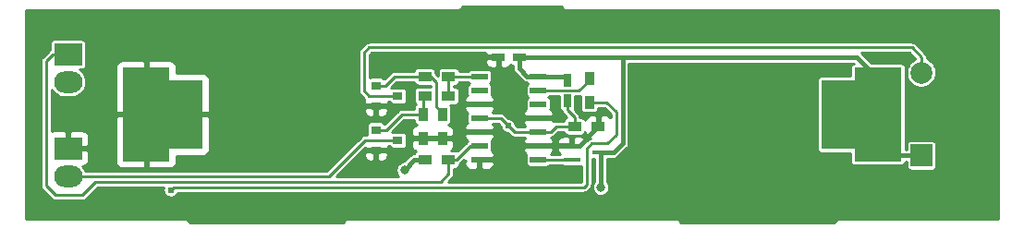
<source format=gtl>
G04 #@! TF.FileFunction,Copper,L1,Top,Signal*
%FSLAX46Y46*%
G04 Gerber Fmt 4.6, Leading zero omitted, Abs format (unit mm)*
G04 Created by KiCad (PCBNEW 4.0.7-e2-6376~58~ubuntu16.04.1) date Tue Sep 12 22:43:55 2017*
%MOMM*%
%LPD*%
G01*
G04 APERTURE LIST*
%ADD10C,0.100000*%
%ADD11R,7.340600X6.350000*%
%ADD12R,4.318000X8.636000*%
%ADD13C,0.508000*%
%ADD14R,2.000000X2.000000*%
%ADD15C,2.000000*%
%ADD16R,1.200000X0.750000*%
%ADD17R,0.750000X1.200000*%
%ADD18R,1.200000X0.900000*%
%ADD19R,1.500000X0.600000*%
%ADD20R,0.900000X1.200000*%
%ADD21R,1.500000X0.450000*%
%ADD22R,0.900000X0.800000*%
%ADD23R,2.600000X2.000000*%
%ADD24O,2.600000X2.000000*%
%ADD25C,0.812800*%
%ADD26C,0.609600*%
%ADD27C,0.381000*%
%ADD28C,0.254000*%
G04 APERTURE END LIST*
D10*
D11*
X173000000Y-94000000D03*
D12*
X174524000Y-94000000D03*
D13*
X173000000Y-94000000D03*
D11*
X109000000Y-94000000D03*
D12*
X107476000Y-94000000D03*
D13*
X109000000Y-94000000D03*
D14*
X178500000Y-97750000D03*
D15*
X178500000Y-90150000D03*
D16*
X141654000Y-88732000D03*
X139754000Y-88732000D03*
D17*
X146038000Y-90830000D03*
X146038000Y-92730000D03*
D18*
X146716000Y-95082000D03*
X148916000Y-95082000D03*
D19*
X138004000Y-90510000D03*
X138004000Y-91780000D03*
X138004000Y-93050000D03*
X138004000Y-94320000D03*
X138004000Y-95590000D03*
X138004000Y-96860000D03*
X138004000Y-98130000D03*
X143404000Y-98130000D03*
X143404000Y-96860000D03*
X143404000Y-95590000D03*
X143404000Y-94320000D03*
X143404000Y-93050000D03*
X143404000Y-91780000D03*
X143404000Y-90510000D03*
D20*
X148070000Y-92880000D03*
X148070000Y-90680000D03*
D21*
X146486000Y-96845000D03*
X146486000Y-98145000D03*
X149146000Y-97495000D03*
D22*
X128528000Y-91338000D03*
X128528000Y-93238000D03*
X130528000Y-92288000D03*
X128528000Y-95402000D03*
X128528000Y-97302000D03*
X130528000Y-96352000D03*
D18*
X133000000Y-90510000D03*
X135200000Y-90510000D03*
X133000000Y-92288000D03*
X135200000Y-92288000D03*
D20*
X134608000Y-96182000D03*
X134608000Y-93982000D03*
X132830000Y-96182000D03*
X132830000Y-93982000D03*
D23*
X100318000Y-88478000D03*
D24*
X100318000Y-91018000D03*
D23*
X100318000Y-97114000D03*
D24*
X100318000Y-99654000D03*
D18*
X135200000Y-98130000D03*
X133000000Y-98130000D03*
D25*
X149124327Y-100678667D03*
X145000000Y-97000000D03*
X128500000Y-98500000D03*
X103182552Y-87697935D03*
X109800035Y-85205290D03*
D26*
X140623803Y-95000000D03*
X109716000Y-100924000D03*
D25*
X131138536Y-99064583D03*
D27*
X178500000Y-97750000D02*
X175360330Y-97750000D01*
X175360330Y-97750000D02*
X174524000Y-96913670D01*
X174524000Y-96913670D02*
X174524000Y-94000000D01*
X149146000Y-100656994D02*
X149124327Y-100678667D01*
X149146000Y-97495000D02*
X149146000Y-100656994D01*
X151118000Y-88732000D02*
X172572494Y-88732000D01*
X172572494Y-88732000D02*
X173500000Y-89659506D01*
X173500000Y-89659506D02*
X173500000Y-94000000D01*
X175841631Y-90256000D02*
X175024000Y-91073631D01*
X175024000Y-91073631D02*
X175024000Y-94000000D01*
X141654000Y-88732000D02*
X151118000Y-88732000D01*
X149146000Y-97495000D02*
X150277000Y-97495000D01*
X150277000Y-97495000D02*
X151118000Y-96654000D01*
X151118000Y-96654000D02*
X151118000Y-88732000D01*
X141654000Y-88732000D02*
X141654000Y-89768457D01*
X141654000Y-89768457D02*
X142395543Y-90510000D01*
X142395543Y-90510000D02*
X143404000Y-90510000D01*
X143404000Y-90510000D02*
X145718000Y-90510000D01*
X145718000Y-90510000D02*
X146038000Y-90830000D01*
D28*
X127897432Y-87855269D02*
X177000000Y-87855269D01*
X178500000Y-90150000D02*
X178500000Y-88735787D01*
X178500000Y-88735787D02*
X177619482Y-87855269D01*
X177619482Y-87855269D02*
X177000000Y-87855269D01*
X130528000Y-92288000D02*
X127900575Y-92288000D01*
X127900575Y-92288000D02*
X127419294Y-91806719D01*
X127419294Y-91806719D02*
X127419294Y-88333407D01*
X127419294Y-88333407D02*
X127897432Y-87855269D01*
D27*
X143404000Y-96860000D02*
X144860000Y-96860000D01*
X144860000Y-96860000D02*
X145000000Y-97000000D01*
X128528000Y-97302000D02*
X128528000Y-98472000D01*
X128528000Y-98472000D02*
X128500000Y-98500000D01*
X148916000Y-95082000D02*
X147153000Y-96845000D01*
X147153000Y-96845000D02*
X146486000Y-96845000D01*
D28*
X139943803Y-94320000D02*
X140623803Y-95000000D01*
X140623803Y-95000000D02*
X141213803Y-95590000D01*
X138004000Y-94320000D02*
X139943803Y-94320000D01*
X141213803Y-95590000D02*
X143404000Y-95590000D01*
X146038000Y-92730000D02*
X146038000Y-93584000D01*
X146038000Y-93584000D02*
X146716000Y-94262000D01*
X146716000Y-94262000D02*
X146716000Y-95082000D01*
X143404000Y-95590000D02*
X144514000Y-95590000D01*
X145022000Y-95082000D02*
X146716000Y-95082000D01*
X144514000Y-95590000D02*
X145022000Y-95082000D01*
X128528000Y-91338000D02*
X129418131Y-91338000D01*
X129418131Y-91338000D02*
X130246131Y-90510000D01*
X130246131Y-90510000D02*
X133000000Y-90510000D01*
X133000000Y-90510000D02*
X133567907Y-90510000D01*
X134083056Y-91025149D02*
X134083056Y-93292616D01*
X133567907Y-90510000D02*
X134083056Y-91025149D01*
X134083056Y-93292616D02*
X134608000Y-93817560D01*
X134608000Y-93817560D02*
X134608000Y-93982000D01*
X135200000Y-92288000D02*
X135200000Y-90510000D01*
X135200000Y-90510000D02*
X136054000Y-90510000D01*
X136054000Y-90510000D02*
X138004000Y-90510000D01*
X148070000Y-92880000D02*
X149660601Y-92880000D01*
X149660601Y-92880000D02*
X150556672Y-93776071D01*
X147816000Y-100416000D02*
X147577661Y-100654339D01*
X150556672Y-93776071D02*
X150556672Y-95836363D01*
X150556672Y-95836363D02*
X149728922Y-96664113D01*
X149728922Y-96664113D02*
X148287382Y-96664113D01*
X147577661Y-100654339D02*
X109985661Y-100654339D01*
X148287382Y-96664113D02*
X147816000Y-97135495D01*
X147816000Y-97135495D02*
X147816000Y-100416000D01*
X109985661Y-100654339D02*
X109716000Y-100924000D01*
X143404000Y-98130000D02*
X146471000Y-98130000D01*
X146471000Y-98130000D02*
X146486000Y-98145000D01*
X132830000Y-92458000D02*
X133000000Y-92288000D01*
X132830000Y-93982000D02*
X132830000Y-92458000D01*
X128528000Y-95402000D02*
X129486772Y-95402000D01*
X129486772Y-95402000D02*
X130906772Y-93982000D01*
X130906772Y-93982000D02*
X132830000Y-93982000D01*
X135200000Y-98130000D02*
X135200000Y-99419332D01*
X98941026Y-88478000D02*
X100318000Y-88478000D01*
X135200000Y-99419332D02*
X134457332Y-100162000D01*
X134457332Y-100162000D02*
X102850459Y-100162000D01*
X98328389Y-89090637D02*
X98941026Y-88478000D01*
X102850459Y-100162000D02*
X101608811Y-101403648D01*
X101608811Y-101403648D02*
X99171732Y-101403648D01*
X99171732Y-101403648D02*
X98328389Y-100560305D01*
X98328389Y-100560305D02*
X98328389Y-89090637D01*
X135200000Y-98130000D02*
X135914133Y-98130000D01*
X137184133Y-96860000D02*
X138004000Y-96860000D01*
X135914133Y-98130000D02*
X137184133Y-96860000D01*
X130528000Y-96352000D02*
X127535888Y-96352000D01*
X127535888Y-96352000D02*
X124233888Y-99654000D01*
X124233888Y-99654000D02*
X100318000Y-99654000D01*
D27*
X133000000Y-98130000D02*
X132067282Y-98130000D01*
X132067282Y-98130000D02*
X131138536Y-99058746D01*
X131138536Y-99058746D02*
X131138536Y-99064583D01*
D28*
X143404000Y-91780000D02*
X147120000Y-91780000D01*
X147120000Y-91780000D02*
X148070000Y-90830000D01*
X148070000Y-90830000D02*
X148070000Y-90680000D01*
G36*
X145565091Y-84129663D02*
X145577204Y-84170821D01*
X145577945Y-84172239D01*
X145578407Y-84173768D01*
X145598529Y-84211612D01*
X145618435Y-84249689D01*
X145619438Y-84250937D01*
X145620188Y-84252347D01*
X145647284Y-84285569D01*
X145674200Y-84319046D01*
X145675426Y-84320075D01*
X145676436Y-84321313D01*
X145709471Y-84348642D01*
X145742375Y-84376252D01*
X145743777Y-84377023D01*
X145745008Y-84378041D01*
X145782723Y-84398434D01*
X145820362Y-84419126D01*
X145821887Y-84419610D01*
X145823293Y-84420370D01*
X145864289Y-84433060D01*
X145905192Y-84446035D01*
X145906781Y-84446213D01*
X145908308Y-84446686D01*
X145950956Y-84451169D01*
X145993633Y-84455956D01*
X145996705Y-84455977D01*
X145996817Y-84455989D01*
X145996929Y-84455979D01*
X146000000Y-84456000D01*
X185544000Y-84456000D01*
X185544000Y-103544000D01*
X171000000Y-103544000D01*
X170957272Y-103548189D01*
X170914554Y-103552077D01*
X170913022Y-103552528D01*
X170911429Y-103552684D01*
X170870337Y-103565091D01*
X170829179Y-103577204D01*
X170827761Y-103577945D01*
X170826232Y-103578407D01*
X170788388Y-103598529D01*
X170750311Y-103618435D01*
X170749063Y-103619438D01*
X170747653Y-103620188D01*
X170714431Y-103647284D01*
X170680954Y-103674200D01*
X170679925Y-103675426D01*
X170678687Y-103676436D01*
X170651358Y-103709471D01*
X170623748Y-103742375D01*
X170622977Y-103743777D01*
X170621959Y-103745008D01*
X170601566Y-103782723D01*
X170580874Y-103820362D01*
X170580390Y-103821887D01*
X170579630Y-103823293D01*
X170566940Y-103864289D01*
X170564177Y-103873000D01*
X156435713Y-103873000D01*
X156434909Y-103870337D01*
X156422796Y-103829179D01*
X156422055Y-103827761D01*
X156421593Y-103826232D01*
X156401471Y-103788388D01*
X156381565Y-103750311D01*
X156380562Y-103749063D01*
X156379812Y-103747653D01*
X156352716Y-103714431D01*
X156325800Y-103680954D01*
X156324574Y-103679925D01*
X156323564Y-103678687D01*
X156290529Y-103651358D01*
X156257625Y-103623748D01*
X156256223Y-103622977D01*
X156254992Y-103621959D01*
X156217277Y-103601566D01*
X156179638Y-103580874D01*
X156178113Y-103580390D01*
X156176707Y-103579630D01*
X156135711Y-103566940D01*
X156094808Y-103553965D01*
X156093219Y-103553787D01*
X156091692Y-103553314D01*
X156049044Y-103548831D01*
X156006367Y-103544044D01*
X156003295Y-103544023D01*
X156003183Y-103544011D01*
X156003071Y-103544021D01*
X156000000Y-103544000D01*
X126000000Y-103544000D01*
X125957272Y-103548189D01*
X125914554Y-103552077D01*
X125913022Y-103552528D01*
X125911429Y-103552684D01*
X125870337Y-103565091D01*
X125829179Y-103577204D01*
X125827761Y-103577945D01*
X125826232Y-103578407D01*
X125788388Y-103598529D01*
X125750311Y-103618435D01*
X125749063Y-103619438D01*
X125747653Y-103620188D01*
X125714431Y-103647284D01*
X125680954Y-103674200D01*
X125679925Y-103675426D01*
X125678687Y-103676436D01*
X125651358Y-103709471D01*
X125623748Y-103742375D01*
X125622977Y-103743777D01*
X125621959Y-103745008D01*
X125601566Y-103782723D01*
X125580874Y-103820362D01*
X125580390Y-103821887D01*
X125579630Y-103823293D01*
X125566940Y-103864289D01*
X125564177Y-103873000D01*
X111435713Y-103873000D01*
X111434909Y-103870337D01*
X111422796Y-103829179D01*
X111422055Y-103827761D01*
X111421593Y-103826232D01*
X111401471Y-103788388D01*
X111381565Y-103750311D01*
X111380562Y-103749063D01*
X111379812Y-103747653D01*
X111352716Y-103714431D01*
X111325800Y-103680954D01*
X111324574Y-103679925D01*
X111323564Y-103678687D01*
X111290529Y-103651358D01*
X111257625Y-103623748D01*
X111256223Y-103622977D01*
X111254992Y-103621959D01*
X111217277Y-103601566D01*
X111179638Y-103580874D01*
X111178113Y-103580390D01*
X111176707Y-103579630D01*
X111135711Y-103566940D01*
X111094808Y-103553965D01*
X111093219Y-103553787D01*
X111091692Y-103553314D01*
X111049044Y-103548831D01*
X111006367Y-103544044D01*
X111003295Y-103544023D01*
X111003183Y-103544011D01*
X111003071Y-103544021D01*
X111000000Y-103544000D01*
X96456000Y-103544000D01*
X96456000Y-89090637D01*
X97820389Y-89090637D01*
X97820389Y-100560305D01*
X97824968Y-100607009D01*
X97829058Y-100653753D01*
X97829803Y-100656319D01*
X97830064Y-100658976D01*
X97843616Y-100703861D01*
X97856718Y-100748960D01*
X97857949Y-100751334D01*
X97858720Y-100753889D01*
X97880729Y-100795282D01*
X97902344Y-100836982D01*
X97904012Y-100839071D01*
X97905265Y-100841428D01*
X97934941Y-100877814D01*
X97964199Y-100914464D01*
X97967862Y-100918179D01*
X97967927Y-100918259D01*
X97968001Y-100918320D01*
X97969179Y-100919515D01*
X98812522Y-101762858D01*
X98848760Y-101792624D01*
X98884729Y-101822806D01*
X98887071Y-101824094D01*
X98889134Y-101825788D01*
X98930481Y-101847958D01*
X98971610Y-101870569D01*
X98974155Y-101871376D01*
X98976510Y-101872639D01*
X99021402Y-101886364D01*
X99066113Y-101900547D01*
X99068766Y-101900845D01*
X99071322Y-101901626D01*
X99118050Y-101906372D01*
X99164639Y-101911598D01*
X99169857Y-101911635D01*
X99169958Y-101911645D01*
X99170052Y-101911636D01*
X99171732Y-101911648D01*
X101608811Y-101911648D01*
X101655515Y-101907069D01*
X101702259Y-101902979D01*
X101704825Y-101902234D01*
X101707482Y-101901973D01*
X101752367Y-101888421D01*
X101797466Y-101875319D01*
X101799840Y-101874088D01*
X101802395Y-101873317D01*
X101843788Y-101851308D01*
X101885488Y-101829693D01*
X101887577Y-101828025D01*
X101889934Y-101826772D01*
X101926320Y-101797096D01*
X101962970Y-101767838D01*
X101966685Y-101764175D01*
X101966765Y-101764110D01*
X101966826Y-101764036D01*
X101968021Y-101762858D01*
X103060880Y-100670000D01*
X109078697Y-100670000D01*
X109059139Y-100715631D01*
X109031177Y-100847185D01*
X109029299Y-100981664D01*
X109053577Y-101113947D01*
X109103087Y-101238994D01*
X109175943Y-101352044D01*
X109269369Y-101448790D01*
X109379807Y-101525546D01*
X109503051Y-101579390D01*
X109634406Y-101608270D01*
X109768868Y-101611087D01*
X109901317Y-101587733D01*
X110026708Y-101539097D01*
X110140263Y-101467032D01*
X110237659Y-101374284D01*
X110315185Y-101264384D01*
X110360618Y-101162339D01*
X147577661Y-101162339D01*
X147624365Y-101157760D01*
X147671109Y-101153670D01*
X147673675Y-101152925D01*
X147676332Y-101152664D01*
X147721217Y-101139112D01*
X147766316Y-101126010D01*
X147768690Y-101124779D01*
X147771245Y-101124008D01*
X147812638Y-101101999D01*
X147854338Y-101080384D01*
X147856427Y-101078716D01*
X147858784Y-101077463D01*
X147895170Y-101047787D01*
X147931820Y-101018529D01*
X147935535Y-101014866D01*
X147935615Y-101014801D01*
X147935676Y-101014727D01*
X147936871Y-101013549D01*
X148175210Y-100775210D01*
X148204976Y-100738972D01*
X148235158Y-100703003D01*
X148236446Y-100700661D01*
X148238140Y-100698598D01*
X148260310Y-100657251D01*
X148282921Y-100616122D01*
X148283728Y-100613577D01*
X148284991Y-100611222D01*
X148298716Y-100566330D01*
X148312899Y-100521619D01*
X148313197Y-100518966D01*
X148313978Y-100516410D01*
X148318724Y-100469682D01*
X148323950Y-100423093D01*
X148323987Y-100417875D01*
X148323997Y-100417774D01*
X148323988Y-100417680D01*
X148324000Y-100416000D01*
X148324000Y-98092611D01*
X148396000Y-98102843D01*
X148574500Y-98102843D01*
X148574500Y-100114979D01*
X148518225Y-100170087D01*
X148430984Y-100297499D01*
X148370153Y-100439429D01*
X148338048Y-100590472D01*
X148335892Y-100744874D01*
X148363767Y-100896754D01*
X148420612Y-101040327D01*
X148504261Y-101170125D01*
X148611528Y-101281204D01*
X148738328Y-101369332D01*
X148879830Y-101431152D01*
X149030645Y-101464311D01*
X149185028Y-101467545D01*
X149337099Y-101440731D01*
X149481066Y-101384890D01*
X149611445Y-101302149D01*
X149723269Y-101195660D01*
X149812280Y-101069479D01*
X149875087Y-100928412D01*
X149909298Y-100777832D01*
X149911761Y-100601458D01*
X149881768Y-100449982D01*
X149822924Y-100307216D01*
X149737471Y-100178599D01*
X149717500Y-100158488D01*
X149717500Y-98102843D01*
X149896000Y-98102843D01*
X149956673Y-98098005D01*
X150058405Y-98066500D01*
X150277000Y-98066500D01*
X150329506Y-98061352D01*
X150382128Y-98056748D01*
X150385015Y-98055909D01*
X150388005Y-98055616D01*
X150438514Y-98040366D01*
X150489237Y-98025630D01*
X150491907Y-98024246D01*
X150494782Y-98023378D01*
X150541370Y-97998606D01*
X150588261Y-97974300D01*
X150590611Y-97972424D01*
X150593263Y-97971014D01*
X150634170Y-97937651D01*
X150675430Y-97904714D01*
X150679616Y-97900587D01*
X150679698Y-97900520D01*
X150679760Y-97900445D01*
X150681112Y-97899112D01*
X151522112Y-97058111D01*
X151555625Y-97017312D01*
X151589552Y-96976879D01*
X151590999Y-96974247D01*
X151592908Y-96971923D01*
X151617859Y-96925389D01*
X151643286Y-96879138D01*
X151644195Y-96876272D01*
X151645615Y-96873624D01*
X151661051Y-96823136D01*
X151677011Y-96772822D01*
X151677346Y-96769836D01*
X151678225Y-96766961D01*
X151683570Y-96714344D01*
X151689444Y-96661979D01*
X151689485Y-96656111D01*
X151689497Y-96655995D01*
X151689487Y-96655887D01*
X151689500Y-96654000D01*
X151689500Y-89303500D01*
X172310535Y-89303500D01*
X172304327Y-89303995D01*
X172201420Y-89335864D01*
X172111465Y-89395140D01*
X172041585Y-89477130D01*
X171997314Y-89575342D01*
X171982157Y-89682000D01*
X171982157Y-90442157D01*
X169329700Y-90442157D01*
X169269027Y-90446995D01*
X169166120Y-90478864D01*
X169076165Y-90538140D01*
X169006285Y-90620130D01*
X168962014Y-90718342D01*
X168946857Y-90825000D01*
X168946857Y-97175000D01*
X168951695Y-97235673D01*
X168983564Y-97338580D01*
X169042840Y-97428535D01*
X169124830Y-97498415D01*
X169223042Y-97542686D01*
X169329700Y-97557843D01*
X171982157Y-97557843D01*
X171982157Y-98318000D01*
X171986995Y-98378673D01*
X172018864Y-98481580D01*
X172078140Y-98571535D01*
X172160130Y-98641415D01*
X172258342Y-98685686D01*
X172365000Y-98700843D01*
X176683000Y-98700843D01*
X176743673Y-98696005D01*
X176846580Y-98664136D01*
X176936535Y-98604860D01*
X177006415Y-98522870D01*
X177050686Y-98424658D01*
X177065346Y-98321500D01*
X177117157Y-98321500D01*
X177117157Y-98750000D01*
X177121995Y-98810673D01*
X177153864Y-98913580D01*
X177213140Y-99003535D01*
X177295130Y-99073415D01*
X177393342Y-99117686D01*
X177500000Y-99132843D01*
X179500000Y-99132843D01*
X179560673Y-99128005D01*
X179663580Y-99096136D01*
X179753535Y-99036860D01*
X179823415Y-98954870D01*
X179867686Y-98856658D01*
X179882843Y-98750000D01*
X179882843Y-96750000D01*
X179878005Y-96689327D01*
X179846136Y-96586420D01*
X179786860Y-96496465D01*
X179704870Y-96426585D01*
X179606658Y-96382314D01*
X179500000Y-96367157D01*
X177500000Y-96367157D01*
X177439327Y-96371995D01*
X177336420Y-96403864D01*
X177246465Y-96463140D01*
X177176585Y-96545130D01*
X177132314Y-96643342D01*
X177117157Y-96750000D01*
X177117157Y-97178500D01*
X177065843Y-97178500D01*
X177065843Y-89682000D01*
X177061005Y-89621327D01*
X177029136Y-89518420D01*
X176969860Y-89428465D01*
X176887870Y-89358585D01*
X176789658Y-89314314D01*
X176683000Y-89299157D01*
X173940114Y-89299157D01*
X173909714Y-89261076D01*
X173905590Y-89256894D01*
X173905520Y-89256808D01*
X173905440Y-89256742D01*
X173904112Y-89255395D01*
X173011987Y-88363269D01*
X177409062Y-88363269D01*
X177934677Y-88888885D01*
X177857092Y-88920231D01*
X177630473Y-89068527D01*
X177436974Y-89258015D01*
X177283965Y-89481479D01*
X177177274Y-89730407D01*
X177120966Y-89995317D01*
X177117185Y-90266118D01*
X177166074Y-90532497D01*
X177265773Y-90784307D01*
X177412483Y-91011956D01*
X177600616Y-91206773D01*
X177823006Y-91361338D01*
X178071183Y-91469764D01*
X178335693Y-91527920D01*
X178606462Y-91533592D01*
X178873175Y-91486563D01*
X179125675Y-91388625D01*
X179354342Y-91243508D01*
X179550468Y-91056740D01*
X179706582Y-90835434D01*
X179816738Y-90588020D01*
X179876740Y-90323923D01*
X179881059Y-90014586D01*
X179828455Y-89748916D01*
X179725250Y-89498523D01*
X179575377Y-89272944D01*
X179384542Y-89080773D01*
X179160015Y-88929328D01*
X179008000Y-88865426D01*
X179008000Y-88735787D01*
X179003421Y-88689087D01*
X178999331Y-88642339D01*
X178998586Y-88639773D01*
X178998325Y-88637116D01*
X178984763Y-88592198D01*
X178971670Y-88547131D01*
X178970441Y-88544760D01*
X178969669Y-88542203D01*
X178947630Y-88500753D01*
X178926044Y-88459110D01*
X178924379Y-88457024D01*
X178923124Y-88454664D01*
X178893446Y-88418275D01*
X178864190Y-88381627D01*
X178860523Y-88377907D01*
X178860462Y-88377833D01*
X178860393Y-88377776D01*
X178859210Y-88376576D01*
X177978692Y-87496059D01*
X177942454Y-87466293D01*
X177906485Y-87436111D01*
X177904143Y-87434823D01*
X177902080Y-87433129D01*
X177860733Y-87410959D01*
X177819604Y-87388348D01*
X177817059Y-87387541D01*
X177814704Y-87386278D01*
X177769812Y-87372553D01*
X177725101Y-87358370D01*
X177722448Y-87358072D01*
X177719892Y-87357291D01*
X177673169Y-87352545D01*
X177626575Y-87347319D01*
X177621355Y-87347282D01*
X177621255Y-87347272D01*
X177621161Y-87347281D01*
X177619482Y-87347269D01*
X127897432Y-87347269D01*
X127850732Y-87351848D01*
X127803984Y-87355938D01*
X127801418Y-87356683D01*
X127798761Y-87356944D01*
X127753843Y-87370506D01*
X127708776Y-87383599D01*
X127706405Y-87384828D01*
X127703848Y-87385600D01*
X127662398Y-87407639D01*
X127620755Y-87429225D01*
X127618669Y-87430890D01*
X127616309Y-87432145D01*
X127579920Y-87461823D01*
X127543272Y-87491079D01*
X127539557Y-87494743D01*
X127539478Y-87494807D01*
X127539418Y-87494880D01*
X127538222Y-87496059D01*
X127060084Y-87974197D01*
X127030360Y-88010384D01*
X127000136Y-88046404D01*
X126998848Y-88048746D01*
X126997154Y-88050809D01*
X126974984Y-88092156D01*
X126952373Y-88133285D01*
X126951566Y-88135830D01*
X126950303Y-88138185D01*
X126936578Y-88183077D01*
X126922395Y-88227788D01*
X126922097Y-88230441D01*
X126921316Y-88232997D01*
X126916570Y-88279720D01*
X126911344Y-88326314D01*
X126911307Y-88331534D01*
X126911297Y-88331634D01*
X126911306Y-88331728D01*
X126911294Y-88333407D01*
X126911294Y-91806719D01*
X126915873Y-91853423D01*
X126919963Y-91900167D01*
X126920708Y-91902733D01*
X126920969Y-91905390D01*
X126934521Y-91950275D01*
X126947623Y-91995374D01*
X126948854Y-91997748D01*
X126949625Y-92000303D01*
X126971634Y-92041696D01*
X126993249Y-92083396D01*
X126994917Y-92085485D01*
X126996170Y-92087842D01*
X127025846Y-92124228D01*
X127055104Y-92160878D01*
X127058767Y-92164593D01*
X127058832Y-92164673D01*
X127058906Y-92164734D01*
X127060084Y-92165929D01*
X127490696Y-92596541D01*
X127467403Y-92652777D01*
X127443000Y-92775458D01*
X127443000Y-92952250D01*
X127601750Y-93111000D01*
X128401000Y-93111000D01*
X128401000Y-93091000D01*
X128655000Y-93091000D01*
X128655000Y-93111000D01*
X129454250Y-93111000D01*
X129613000Y-92952250D01*
X129613000Y-92796000D01*
X129714652Y-92796000D01*
X129731864Y-92851580D01*
X129791140Y-92941535D01*
X129873130Y-93011415D01*
X129971342Y-93055686D01*
X130078000Y-93070843D01*
X130978000Y-93070843D01*
X131038673Y-93066005D01*
X131141580Y-93034136D01*
X131231535Y-92974860D01*
X131301415Y-92892870D01*
X131345686Y-92794658D01*
X131360843Y-92688000D01*
X131360843Y-91888000D01*
X131356005Y-91827327D01*
X131324136Y-91724420D01*
X131264860Y-91634465D01*
X131182870Y-91564585D01*
X131084658Y-91520314D01*
X130978000Y-91505157D01*
X130078000Y-91505157D01*
X130017327Y-91509995D01*
X129940882Y-91533669D01*
X130456551Y-91018000D01*
X132021782Y-91018000D01*
X132021995Y-91020673D01*
X132053864Y-91123580D01*
X132113140Y-91213535D01*
X132195130Y-91283415D01*
X132293342Y-91327686D01*
X132400000Y-91342843D01*
X133575056Y-91342843D01*
X133575056Y-91455157D01*
X132400000Y-91455157D01*
X132339327Y-91459995D01*
X132236420Y-91491864D01*
X132146465Y-91551140D01*
X132076585Y-91633130D01*
X132032314Y-91731342D01*
X132017157Y-91838000D01*
X132017157Y-92738000D01*
X132021995Y-92798673D01*
X132053864Y-92901580D01*
X132113140Y-92991535D01*
X132187506Y-93054917D01*
X132126465Y-93095140D01*
X132056585Y-93177130D01*
X132012314Y-93275342D01*
X131997157Y-93382000D01*
X131997157Y-93474000D01*
X130906772Y-93474000D01*
X130860072Y-93478579D01*
X130813324Y-93482669D01*
X130810758Y-93483414D01*
X130808101Y-93483675D01*
X130763183Y-93497237D01*
X130718116Y-93510330D01*
X130715745Y-93511559D01*
X130713188Y-93512331D01*
X130671738Y-93534370D01*
X130630095Y-93555956D01*
X130628009Y-93557621D01*
X130625649Y-93558876D01*
X130589260Y-93588554D01*
X130552612Y-93617810D01*
X130548897Y-93621474D01*
X130548818Y-93621538D01*
X130548758Y-93621611D01*
X130547562Y-93622790D01*
X129325979Y-94844373D01*
X129324136Y-94838420D01*
X129264860Y-94748465D01*
X129182870Y-94678585D01*
X129084658Y-94634314D01*
X128978000Y-94619157D01*
X128078000Y-94619157D01*
X128017327Y-94623995D01*
X127914420Y-94655864D01*
X127824465Y-94715140D01*
X127754585Y-94797130D01*
X127710314Y-94895342D01*
X127695157Y-95002000D01*
X127695157Y-95802000D01*
X127698506Y-95844000D01*
X127535888Y-95844000D01*
X127489188Y-95848579D01*
X127442440Y-95852669D01*
X127439874Y-95853414D01*
X127437217Y-95853675D01*
X127392299Y-95867237D01*
X127347232Y-95880330D01*
X127344861Y-95881559D01*
X127342304Y-95882331D01*
X127300854Y-95904370D01*
X127259211Y-95925956D01*
X127257125Y-95927621D01*
X127254765Y-95928876D01*
X127218376Y-95958554D01*
X127181728Y-95987810D01*
X127178013Y-95991474D01*
X127177934Y-95991538D01*
X127177874Y-95991611D01*
X127176678Y-95992790D01*
X124023468Y-99146000D01*
X101909322Y-99146000D01*
X101906575Y-99136668D01*
X101781706Y-98897815D01*
X101662055Y-98749000D01*
X101680542Y-98749000D01*
X101803223Y-98724597D01*
X101918785Y-98676730D01*
X102022789Y-98607237D01*
X102111237Y-98518789D01*
X102180730Y-98414785D01*
X102228597Y-98299223D01*
X102253000Y-98176542D01*
X102253000Y-97399750D01*
X102094250Y-97241000D01*
X100445000Y-97241000D01*
X100445000Y-97261000D01*
X100191000Y-97261000D01*
X100191000Y-97241000D01*
X100171000Y-97241000D01*
X100171000Y-96987000D01*
X100191000Y-96987000D01*
X100191000Y-95637750D01*
X100445000Y-95637750D01*
X100445000Y-96987000D01*
X102094250Y-96987000D01*
X102253000Y-96828250D01*
X102253000Y-96051458D01*
X102228597Y-95928777D01*
X102180730Y-95813215D01*
X102111237Y-95709211D01*
X102022789Y-95620763D01*
X101918785Y-95551270D01*
X101803223Y-95503403D01*
X101680542Y-95479000D01*
X100603750Y-95479000D01*
X100445000Y-95637750D01*
X100191000Y-95637750D01*
X100032250Y-95479000D01*
X98955458Y-95479000D01*
X98836389Y-95502685D01*
X98836389Y-91739936D01*
X98854294Y-91774185D01*
X99023179Y-91984235D01*
X99229647Y-92157482D01*
X99465832Y-92287326D01*
X99722740Y-92368822D01*
X99990584Y-92398865D01*
X100009866Y-92399000D01*
X100626134Y-92399000D01*
X100894372Y-92372699D01*
X101152392Y-92294798D01*
X101390368Y-92168264D01*
X101599234Y-91997917D01*
X101771035Y-91790245D01*
X101899227Y-91553159D01*
X101978927Y-91295689D01*
X102007100Y-91027641D01*
X101982673Y-90759226D01*
X101906575Y-90500668D01*
X101781706Y-90261815D01*
X101612821Y-90051765D01*
X101406353Y-89878518D01*
X101374202Y-89860843D01*
X101618000Y-89860843D01*
X101678673Y-89856005D01*
X101781580Y-89824136D01*
X101871535Y-89764860D01*
X101941415Y-89682870D01*
X101969999Y-89619458D01*
X104682000Y-89619458D01*
X104682000Y-93714250D01*
X104840750Y-93873000D01*
X108119085Y-93873000D01*
X108110557Y-93917071D01*
X108111469Y-94092186D01*
X108118582Y-94127000D01*
X104840750Y-94127000D01*
X104682000Y-94285750D01*
X104682000Y-98380542D01*
X104706403Y-98503223D01*
X104754270Y-98618785D01*
X104823763Y-98722789D01*
X104912211Y-98811237D01*
X105016215Y-98880730D01*
X105131777Y-98928597D01*
X105254458Y-98953000D01*
X107190250Y-98953000D01*
X107349000Y-98794250D01*
X107349000Y-97810000D01*
X107603000Y-97810000D01*
X107603000Y-98794250D01*
X107761750Y-98953000D01*
X109697542Y-98953000D01*
X109820223Y-98928597D01*
X109935785Y-98880730D01*
X110039789Y-98811237D01*
X110128237Y-98722789D01*
X110197730Y-98618785D01*
X110245597Y-98503223D01*
X110270000Y-98380542D01*
X110270000Y-97810000D01*
X112732842Y-97810000D01*
X112855523Y-97785597D01*
X112971085Y-97737730D01*
X113075089Y-97668237D01*
X113163537Y-97579789D01*
X113233030Y-97475785D01*
X113280897Y-97360223D01*
X113305300Y-97237542D01*
X113305300Y-94285750D01*
X113146550Y-94127000D01*
X109880915Y-94127000D01*
X109889443Y-94082929D01*
X109888531Y-93907814D01*
X109881418Y-93873000D01*
X113146550Y-93873000D01*
X113305300Y-93714250D01*
X113305300Y-93523750D01*
X127443000Y-93523750D01*
X127443000Y-93700542D01*
X127467403Y-93823223D01*
X127515270Y-93938785D01*
X127584763Y-94042789D01*
X127673211Y-94131237D01*
X127777215Y-94200730D01*
X127892777Y-94248597D01*
X128015458Y-94273000D01*
X128242250Y-94273000D01*
X128401000Y-94114250D01*
X128401000Y-93365000D01*
X128655000Y-93365000D01*
X128655000Y-94114250D01*
X128813750Y-94273000D01*
X129040542Y-94273000D01*
X129163223Y-94248597D01*
X129278785Y-94200730D01*
X129382789Y-94131237D01*
X129471237Y-94042789D01*
X129540730Y-93938785D01*
X129588597Y-93823223D01*
X129613000Y-93700542D01*
X129613000Y-93523750D01*
X129454250Y-93365000D01*
X128655000Y-93365000D01*
X128401000Y-93365000D01*
X127601750Y-93365000D01*
X127443000Y-93523750D01*
X113305300Y-93523750D01*
X113305300Y-90762458D01*
X113280897Y-90639777D01*
X113233030Y-90524215D01*
X113163537Y-90420211D01*
X113075089Y-90331763D01*
X112971085Y-90262270D01*
X112855523Y-90214403D01*
X112732842Y-90190000D01*
X110270000Y-90190000D01*
X110270000Y-89619458D01*
X110245597Y-89496777D01*
X110197730Y-89381215D01*
X110128237Y-89277211D01*
X110039789Y-89188763D01*
X109935785Y-89119270D01*
X109820223Y-89071403D01*
X109697542Y-89047000D01*
X107761750Y-89047000D01*
X107603000Y-89205750D01*
X107603000Y-90190000D01*
X107349000Y-90190000D01*
X107349000Y-89205750D01*
X107190250Y-89047000D01*
X105254458Y-89047000D01*
X105131777Y-89071403D01*
X105016215Y-89119270D01*
X104912211Y-89188763D01*
X104823763Y-89277211D01*
X104754270Y-89381215D01*
X104706403Y-89496777D01*
X104682000Y-89619458D01*
X101969999Y-89619458D01*
X101985686Y-89584658D01*
X102000843Y-89478000D01*
X102000843Y-87478000D01*
X101996005Y-87417327D01*
X101964136Y-87314420D01*
X101904860Y-87224465D01*
X101822870Y-87154585D01*
X101724658Y-87110314D01*
X101618000Y-87095157D01*
X99018000Y-87095157D01*
X98957327Y-87099995D01*
X98854420Y-87131864D01*
X98764465Y-87191140D01*
X98694585Y-87273130D01*
X98650314Y-87371342D01*
X98635157Y-87478000D01*
X98635157Y-88075058D01*
X98623526Y-88084545D01*
X98586867Y-88113809D01*
X98583146Y-88117477D01*
X98583072Y-88117538D01*
X98583015Y-88117607D01*
X98581816Y-88118789D01*
X97969179Y-88731427D01*
X97939413Y-88767665D01*
X97909231Y-88803634D01*
X97907943Y-88805976D01*
X97906249Y-88808039D01*
X97884079Y-88849386D01*
X97861468Y-88890515D01*
X97860661Y-88893060D01*
X97859398Y-88895415D01*
X97845673Y-88940307D01*
X97831490Y-88985018D01*
X97831192Y-88987671D01*
X97830411Y-88990227D01*
X97825665Y-89036950D01*
X97820439Y-89083544D01*
X97820402Y-89088764D01*
X97820392Y-89088864D01*
X97820401Y-89088958D01*
X97820389Y-89090637D01*
X96456000Y-89090637D01*
X96456000Y-84456000D01*
X136000000Y-84456000D01*
X136042728Y-84451811D01*
X136085446Y-84447923D01*
X136086978Y-84447472D01*
X136088571Y-84447316D01*
X136129663Y-84434909D01*
X136170821Y-84422796D01*
X136172239Y-84422055D01*
X136173768Y-84421593D01*
X136211612Y-84401471D01*
X136249689Y-84381565D01*
X136250937Y-84380562D01*
X136252347Y-84379812D01*
X136285569Y-84352716D01*
X136319046Y-84325800D01*
X136320075Y-84324574D01*
X136321313Y-84323564D01*
X136348642Y-84290529D01*
X136376252Y-84257625D01*
X136377023Y-84256223D01*
X136378041Y-84254992D01*
X136398434Y-84217277D01*
X136419126Y-84179638D01*
X136419610Y-84178113D01*
X136420370Y-84176707D01*
X136433060Y-84135711D01*
X136435823Y-84127000D01*
X145564287Y-84127000D01*
X145565091Y-84129663D01*
X145565091Y-84129663D01*
G37*
X145565091Y-84129663D02*
X145577204Y-84170821D01*
X145577945Y-84172239D01*
X145578407Y-84173768D01*
X145598529Y-84211612D01*
X145618435Y-84249689D01*
X145619438Y-84250937D01*
X145620188Y-84252347D01*
X145647284Y-84285569D01*
X145674200Y-84319046D01*
X145675426Y-84320075D01*
X145676436Y-84321313D01*
X145709471Y-84348642D01*
X145742375Y-84376252D01*
X145743777Y-84377023D01*
X145745008Y-84378041D01*
X145782723Y-84398434D01*
X145820362Y-84419126D01*
X145821887Y-84419610D01*
X145823293Y-84420370D01*
X145864289Y-84433060D01*
X145905192Y-84446035D01*
X145906781Y-84446213D01*
X145908308Y-84446686D01*
X145950956Y-84451169D01*
X145993633Y-84455956D01*
X145996705Y-84455977D01*
X145996817Y-84455989D01*
X145996929Y-84455979D01*
X146000000Y-84456000D01*
X185544000Y-84456000D01*
X185544000Y-103544000D01*
X171000000Y-103544000D01*
X170957272Y-103548189D01*
X170914554Y-103552077D01*
X170913022Y-103552528D01*
X170911429Y-103552684D01*
X170870337Y-103565091D01*
X170829179Y-103577204D01*
X170827761Y-103577945D01*
X170826232Y-103578407D01*
X170788388Y-103598529D01*
X170750311Y-103618435D01*
X170749063Y-103619438D01*
X170747653Y-103620188D01*
X170714431Y-103647284D01*
X170680954Y-103674200D01*
X170679925Y-103675426D01*
X170678687Y-103676436D01*
X170651358Y-103709471D01*
X170623748Y-103742375D01*
X170622977Y-103743777D01*
X170621959Y-103745008D01*
X170601566Y-103782723D01*
X170580874Y-103820362D01*
X170580390Y-103821887D01*
X170579630Y-103823293D01*
X170566940Y-103864289D01*
X170564177Y-103873000D01*
X156435713Y-103873000D01*
X156434909Y-103870337D01*
X156422796Y-103829179D01*
X156422055Y-103827761D01*
X156421593Y-103826232D01*
X156401471Y-103788388D01*
X156381565Y-103750311D01*
X156380562Y-103749063D01*
X156379812Y-103747653D01*
X156352716Y-103714431D01*
X156325800Y-103680954D01*
X156324574Y-103679925D01*
X156323564Y-103678687D01*
X156290529Y-103651358D01*
X156257625Y-103623748D01*
X156256223Y-103622977D01*
X156254992Y-103621959D01*
X156217277Y-103601566D01*
X156179638Y-103580874D01*
X156178113Y-103580390D01*
X156176707Y-103579630D01*
X156135711Y-103566940D01*
X156094808Y-103553965D01*
X156093219Y-103553787D01*
X156091692Y-103553314D01*
X156049044Y-103548831D01*
X156006367Y-103544044D01*
X156003295Y-103544023D01*
X156003183Y-103544011D01*
X156003071Y-103544021D01*
X156000000Y-103544000D01*
X126000000Y-103544000D01*
X125957272Y-103548189D01*
X125914554Y-103552077D01*
X125913022Y-103552528D01*
X125911429Y-103552684D01*
X125870337Y-103565091D01*
X125829179Y-103577204D01*
X125827761Y-103577945D01*
X125826232Y-103578407D01*
X125788388Y-103598529D01*
X125750311Y-103618435D01*
X125749063Y-103619438D01*
X125747653Y-103620188D01*
X125714431Y-103647284D01*
X125680954Y-103674200D01*
X125679925Y-103675426D01*
X125678687Y-103676436D01*
X125651358Y-103709471D01*
X125623748Y-103742375D01*
X125622977Y-103743777D01*
X125621959Y-103745008D01*
X125601566Y-103782723D01*
X125580874Y-103820362D01*
X125580390Y-103821887D01*
X125579630Y-103823293D01*
X125566940Y-103864289D01*
X125564177Y-103873000D01*
X111435713Y-103873000D01*
X111434909Y-103870337D01*
X111422796Y-103829179D01*
X111422055Y-103827761D01*
X111421593Y-103826232D01*
X111401471Y-103788388D01*
X111381565Y-103750311D01*
X111380562Y-103749063D01*
X111379812Y-103747653D01*
X111352716Y-103714431D01*
X111325800Y-103680954D01*
X111324574Y-103679925D01*
X111323564Y-103678687D01*
X111290529Y-103651358D01*
X111257625Y-103623748D01*
X111256223Y-103622977D01*
X111254992Y-103621959D01*
X111217277Y-103601566D01*
X111179638Y-103580874D01*
X111178113Y-103580390D01*
X111176707Y-103579630D01*
X111135711Y-103566940D01*
X111094808Y-103553965D01*
X111093219Y-103553787D01*
X111091692Y-103553314D01*
X111049044Y-103548831D01*
X111006367Y-103544044D01*
X111003295Y-103544023D01*
X111003183Y-103544011D01*
X111003071Y-103544021D01*
X111000000Y-103544000D01*
X96456000Y-103544000D01*
X96456000Y-89090637D01*
X97820389Y-89090637D01*
X97820389Y-100560305D01*
X97824968Y-100607009D01*
X97829058Y-100653753D01*
X97829803Y-100656319D01*
X97830064Y-100658976D01*
X97843616Y-100703861D01*
X97856718Y-100748960D01*
X97857949Y-100751334D01*
X97858720Y-100753889D01*
X97880729Y-100795282D01*
X97902344Y-100836982D01*
X97904012Y-100839071D01*
X97905265Y-100841428D01*
X97934941Y-100877814D01*
X97964199Y-100914464D01*
X97967862Y-100918179D01*
X97967927Y-100918259D01*
X97968001Y-100918320D01*
X97969179Y-100919515D01*
X98812522Y-101762858D01*
X98848760Y-101792624D01*
X98884729Y-101822806D01*
X98887071Y-101824094D01*
X98889134Y-101825788D01*
X98930481Y-101847958D01*
X98971610Y-101870569D01*
X98974155Y-101871376D01*
X98976510Y-101872639D01*
X99021402Y-101886364D01*
X99066113Y-101900547D01*
X99068766Y-101900845D01*
X99071322Y-101901626D01*
X99118050Y-101906372D01*
X99164639Y-101911598D01*
X99169857Y-101911635D01*
X99169958Y-101911645D01*
X99170052Y-101911636D01*
X99171732Y-101911648D01*
X101608811Y-101911648D01*
X101655515Y-101907069D01*
X101702259Y-101902979D01*
X101704825Y-101902234D01*
X101707482Y-101901973D01*
X101752367Y-101888421D01*
X101797466Y-101875319D01*
X101799840Y-101874088D01*
X101802395Y-101873317D01*
X101843788Y-101851308D01*
X101885488Y-101829693D01*
X101887577Y-101828025D01*
X101889934Y-101826772D01*
X101926320Y-101797096D01*
X101962970Y-101767838D01*
X101966685Y-101764175D01*
X101966765Y-101764110D01*
X101966826Y-101764036D01*
X101968021Y-101762858D01*
X103060880Y-100670000D01*
X109078697Y-100670000D01*
X109059139Y-100715631D01*
X109031177Y-100847185D01*
X109029299Y-100981664D01*
X109053577Y-101113947D01*
X109103087Y-101238994D01*
X109175943Y-101352044D01*
X109269369Y-101448790D01*
X109379807Y-101525546D01*
X109503051Y-101579390D01*
X109634406Y-101608270D01*
X109768868Y-101611087D01*
X109901317Y-101587733D01*
X110026708Y-101539097D01*
X110140263Y-101467032D01*
X110237659Y-101374284D01*
X110315185Y-101264384D01*
X110360618Y-101162339D01*
X147577661Y-101162339D01*
X147624365Y-101157760D01*
X147671109Y-101153670D01*
X147673675Y-101152925D01*
X147676332Y-101152664D01*
X147721217Y-101139112D01*
X147766316Y-101126010D01*
X147768690Y-101124779D01*
X147771245Y-101124008D01*
X147812638Y-101101999D01*
X147854338Y-101080384D01*
X147856427Y-101078716D01*
X147858784Y-101077463D01*
X147895170Y-101047787D01*
X147931820Y-101018529D01*
X147935535Y-101014866D01*
X147935615Y-101014801D01*
X147935676Y-101014727D01*
X147936871Y-101013549D01*
X148175210Y-100775210D01*
X148204976Y-100738972D01*
X148235158Y-100703003D01*
X148236446Y-100700661D01*
X148238140Y-100698598D01*
X148260310Y-100657251D01*
X148282921Y-100616122D01*
X148283728Y-100613577D01*
X148284991Y-100611222D01*
X148298716Y-100566330D01*
X148312899Y-100521619D01*
X148313197Y-100518966D01*
X148313978Y-100516410D01*
X148318724Y-100469682D01*
X148323950Y-100423093D01*
X148323987Y-100417875D01*
X148323997Y-100417774D01*
X148323988Y-100417680D01*
X148324000Y-100416000D01*
X148324000Y-98092611D01*
X148396000Y-98102843D01*
X148574500Y-98102843D01*
X148574500Y-100114979D01*
X148518225Y-100170087D01*
X148430984Y-100297499D01*
X148370153Y-100439429D01*
X148338048Y-100590472D01*
X148335892Y-100744874D01*
X148363767Y-100896754D01*
X148420612Y-101040327D01*
X148504261Y-101170125D01*
X148611528Y-101281204D01*
X148738328Y-101369332D01*
X148879830Y-101431152D01*
X149030645Y-101464311D01*
X149185028Y-101467545D01*
X149337099Y-101440731D01*
X149481066Y-101384890D01*
X149611445Y-101302149D01*
X149723269Y-101195660D01*
X149812280Y-101069479D01*
X149875087Y-100928412D01*
X149909298Y-100777832D01*
X149911761Y-100601458D01*
X149881768Y-100449982D01*
X149822924Y-100307216D01*
X149737471Y-100178599D01*
X149717500Y-100158488D01*
X149717500Y-98102843D01*
X149896000Y-98102843D01*
X149956673Y-98098005D01*
X150058405Y-98066500D01*
X150277000Y-98066500D01*
X150329506Y-98061352D01*
X150382128Y-98056748D01*
X150385015Y-98055909D01*
X150388005Y-98055616D01*
X150438514Y-98040366D01*
X150489237Y-98025630D01*
X150491907Y-98024246D01*
X150494782Y-98023378D01*
X150541370Y-97998606D01*
X150588261Y-97974300D01*
X150590611Y-97972424D01*
X150593263Y-97971014D01*
X150634170Y-97937651D01*
X150675430Y-97904714D01*
X150679616Y-97900587D01*
X150679698Y-97900520D01*
X150679760Y-97900445D01*
X150681112Y-97899112D01*
X151522112Y-97058111D01*
X151555625Y-97017312D01*
X151589552Y-96976879D01*
X151590999Y-96974247D01*
X151592908Y-96971923D01*
X151617859Y-96925389D01*
X151643286Y-96879138D01*
X151644195Y-96876272D01*
X151645615Y-96873624D01*
X151661051Y-96823136D01*
X151677011Y-96772822D01*
X151677346Y-96769836D01*
X151678225Y-96766961D01*
X151683570Y-96714344D01*
X151689444Y-96661979D01*
X151689485Y-96656111D01*
X151689497Y-96655995D01*
X151689487Y-96655887D01*
X151689500Y-96654000D01*
X151689500Y-89303500D01*
X172310535Y-89303500D01*
X172304327Y-89303995D01*
X172201420Y-89335864D01*
X172111465Y-89395140D01*
X172041585Y-89477130D01*
X171997314Y-89575342D01*
X171982157Y-89682000D01*
X171982157Y-90442157D01*
X169329700Y-90442157D01*
X169269027Y-90446995D01*
X169166120Y-90478864D01*
X169076165Y-90538140D01*
X169006285Y-90620130D01*
X168962014Y-90718342D01*
X168946857Y-90825000D01*
X168946857Y-97175000D01*
X168951695Y-97235673D01*
X168983564Y-97338580D01*
X169042840Y-97428535D01*
X169124830Y-97498415D01*
X169223042Y-97542686D01*
X169329700Y-97557843D01*
X171982157Y-97557843D01*
X171982157Y-98318000D01*
X171986995Y-98378673D01*
X172018864Y-98481580D01*
X172078140Y-98571535D01*
X172160130Y-98641415D01*
X172258342Y-98685686D01*
X172365000Y-98700843D01*
X176683000Y-98700843D01*
X176743673Y-98696005D01*
X176846580Y-98664136D01*
X176936535Y-98604860D01*
X177006415Y-98522870D01*
X177050686Y-98424658D01*
X177065346Y-98321500D01*
X177117157Y-98321500D01*
X177117157Y-98750000D01*
X177121995Y-98810673D01*
X177153864Y-98913580D01*
X177213140Y-99003535D01*
X177295130Y-99073415D01*
X177393342Y-99117686D01*
X177500000Y-99132843D01*
X179500000Y-99132843D01*
X179560673Y-99128005D01*
X179663580Y-99096136D01*
X179753535Y-99036860D01*
X179823415Y-98954870D01*
X179867686Y-98856658D01*
X179882843Y-98750000D01*
X179882843Y-96750000D01*
X179878005Y-96689327D01*
X179846136Y-96586420D01*
X179786860Y-96496465D01*
X179704870Y-96426585D01*
X179606658Y-96382314D01*
X179500000Y-96367157D01*
X177500000Y-96367157D01*
X177439327Y-96371995D01*
X177336420Y-96403864D01*
X177246465Y-96463140D01*
X177176585Y-96545130D01*
X177132314Y-96643342D01*
X177117157Y-96750000D01*
X177117157Y-97178500D01*
X177065843Y-97178500D01*
X177065843Y-89682000D01*
X177061005Y-89621327D01*
X177029136Y-89518420D01*
X176969860Y-89428465D01*
X176887870Y-89358585D01*
X176789658Y-89314314D01*
X176683000Y-89299157D01*
X173940114Y-89299157D01*
X173909714Y-89261076D01*
X173905590Y-89256894D01*
X173905520Y-89256808D01*
X173905440Y-89256742D01*
X173904112Y-89255395D01*
X173011987Y-88363269D01*
X177409062Y-88363269D01*
X177934677Y-88888885D01*
X177857092Y-88920231D01*
X177630473Y-89068527D01*
X177436974Y-89258015D01*
X177283965Y-89481479D01*
X177177274Y-89730407D01*
X177120966Y-89995317D01*
X177117185Y-90266118D01*
X177166074Y-90532497D01*
X177265773Y-90784307D01*
X177412483Y-91011956D01*
X177600616Y-91206773D01*
X177823006Y-91361338D01*
X178071183Y-91469764D01*
X178335693Y-91527920D01*
X178606462Y-91533592D01*
X178873175Y-91486563D01*
X179125675Y-91388625D01*
X179354342Y-91243508D01*
X179550468Y-91056740D01*
X179706582Y-90835434D01*
X179816738Y-90588020D01*
X179876740Y-90323923D01*
X179881059Y-90014586D01*
X179828455Y-89748916D01*
X179725250Y-89498523D01*
X179575377Y-89272944D01*
X179384542Y-89080773D01*
X179160015Y-88929328D01*
X179008000Y-88865426D01*
X179008000Y-88735787D01*
X179003421Y-88689087D01*
X178999331Y-88642339D01*
X178998586Y-88639773D01*
X178998325Y-88637116D01*
X178984763Y-88592198D01*
X178971670Y-88547131D01*
X178970441Y-88544760D01*
X178969669Y-88542203D01*
X178947630Y-88500753D01*
X178926044Y-88459110D01*
X178924379Y-88457024D01*
X178923124Y-88454664D01*
X178893446Y-88418275D01*
X178864190Y-88381627D01*
X178860523Y-88377907D01*
X178860462Y-88377833D01*
X178860393Y-88377776D01*
X178859210Y-88376576D01*
X177978692Y-87496059D01*
X177942454Y-87466293D01*
X177906485Y-87436111D01*
X177904143Y-87434823D01*
X177902080Y-87433129D01*
X177860733Y-87410959D01*
X177819604Y-87388348D01*
X177817059Y-87387541D01*
X177814704Y-87386278D01*
X177769812Y-87372553D01*
X177725101Y-87358370D01*
X177722448Y-87358072D01*
X177719892Y-87357291D01*
X177673169Y-87352545D01*
X177626575Y-87347319D01*
X177621355Y-87347282D01*
X177621255Y-87347272D01*
X177621161Y-87347281D01*
X177619482Y-87347269D01*
X127897432Y-87347269D01*
X127850732Y-87351848D01*
X127803984Y-87355938D01*
X127801418Y-87356683D01*
X127798761Y-87356944D01*
X127753843Y-87370506D01*
X127708776Y-87383599D01*
X127706405Y-87384828D01*
X127703848Y-87385600D01*
X127662398Y-87407639D01*
X127620755Y-87429225D01*
X127618669Y-87430890D01*
X127616309Y-87432145D01*
X127579920Y-87461823D01*
X127543272Y-87491079D01*
X127539557Y-87494743D01*
X127539478Y-87494807D01*
X127539418Y-87494880D01*
X127538222Y-87496059D01*
X127060084Y-87974197D01*
X127030360Y-88010384D01*
X127000136Y-88046404D01*
X126998848Y-88048746D01*
X126997154Y-88050809D01*
X126974984Y-88092156D01*
X126952373Y-88133285D01*
X126951566Y-88135830D01*
X126950303Y-88138185D01*
X126936578Y-88183077D01*
X126922395Y-88227788D01*
X126922097Y-88230441D01*
X126921316Y-88232997D01*
X126916570Y-88279720D01*
X126911344Y-88326314D01*
X126911307Y-88331534D01*
X126911297Y-88331634D01*
X126911306Y-88331728D01*
X126911294Y-88333407D01*
X126911294Y-91806719D01*
X126915873Y-91853423D01*
X126919963Y-91900167D01*
X126920708Y-91902733D01*
X126920969Y-91905390D01*
X126934521Y-91950275D01*
X126947623Y-91995374D01*
X126948854Y-91997748D01*
X126949625Y-92000303D01*
X126971634Y-92041696D01*
X126993249Y-92083396D01*
X126994917Y-92085485D01*
X126996170Y-92087842D01*
X127025846Y-92124228D01*
X127055104Y-92160878D01*
X127058767Y-92164593D01*
X127058832Y-92164673D01*
X127058906Y-92164734D01*
X127060084Y-92165929D01*
X127490696Y-92596541D01*
X127467403Y-92652777D01*
X127443000Y-92775458D01*
X127443000Y-92952250D01*
X127601750Y-93111000D01*
X128401000Y-93111000D01*
X128401000Y-93091000D01*
X128655000Y-93091000D01*
X128655000Y-93111000D01*
X129454250Y-93111000D01*
X129613000Y-92952250D01*
X129613000Y-92796000D01*
X129714652Y-92796000D01*
X129731864Y-92851580D01*
X129791140Y-92941535D01*
X129873130Y-93011415D01*
X129971342Y-93055686D01*
X130078000Y-93070843D01*
X130978000Y-93070843D01*
X131038673Y-93066005D01*
X131141580Y-93034136D01*
X131231535Y-92974860D01*
X131301415Y-92892870D01*
X131345686Y-92794658D01*
X131360843Y-92688000D01*
X131360843Y-91888000D01*
X131356005Y-91827327D01*
X131324136Y-91724420D01*
X131264860Y-91634465D01*
X131182870Y-91564585D01*
X131084658Y-91520314D01*
X130978000Y-91505157D01*
X130078000Y-91505157D01*
X130017327Y-91509995D01*
X129940882Y-91533669D01*
X130456551Y-91018000D01*
X132021782Y-91018000D01*
X132021995Y-91020673D01*
X132053864Y-91123580D01*
X132113140Y-91213535D01*
X132195130Y-91283415D01*
X132293342Y-91327686D01*
X132400000Y-91342843D01*
X133575056Y-91342843D01*
X133575056Y-91455157D01*
X132400000Y-91455157D01*
X132339327Y-91459995D01*
X132236420Y-91491864D01*
X132146465Y-91551140D01*
X132076585Y-91633130D01*
X132032314Y-91731342D01*
X132017157Y-91838000D01*
X132017157Y-92738000D01*
X132021995Y-92798673D01*
X132053864Y-92901580D01*
X132113140Y-92991535D01*
X132187506Y-93054917D01*
X132126465Y-93095140D01*
X132056585Y-93177130D01*
X132012314Y-93275342D01*
X131997157Y-93382000D01*
X131997157Y-93474000D01*
X130906772Y-93474000D01*
X130860072Y-93478579D01*
X130813324Y-93482669D01*
X130810758Y-93483414D01*
X130808101Y-93483675D01*
X130763183Y-93497237D01*
X130718116Y-93510330D01*
X130715745Y-93511559D01*
X130713188Y-93512331D01*
X130671738Y-93534370D01*
X130630095Y-93555956D01*
X130628009Y-93557621D01*
X130625649Y-93558876D01*
X130589260Y-93588554D01*
X130552612Y-93617810D01*
X130548897Y-93621474D01*
X130548818Y-93621538D01*
X130548758Y-93621611D01*
X130547562Y-93622790D01*
X129325979Y-94844373D01*
X129324136Y-94838420D01*
X129264860Y-94748465D01*
X129182870Y-94678585D01*
X129084658Y-94634314D01*
X128978000Y-94619157D01*
X128078000Y-94619157D01*
X128017327Y-94623995D01*
X127914420Y-94655864D01*
X127824465Y-94715140D01*
X127754585Y-94797130D01*
X127710314Y-94895342D01*
X127695157Y-95002000D01*
X127695157Y-95802000D01*
X127698506Y-95844000D01*
X127535888Y-95844000D01*
X127489188Y-95848579D01*
X127442440Y-95852669D01*
X127439874Y-95853414D01*
X127437217Y-95853675D01*
X127392299Y-95867237D01*
X127347232Y-95880330D01*
X127344861Y-95881559D01*
X127342304Y-95882331D01*
X127300854Y-95904370D01*
X127259211Y-95925956D01*
X127257125Y-95927621D01*
X127254765Y-95928876D01*
X127218376Y-95958554D01*
X127181728Y-95987810D01*
X127178013Y-95991474D01*
X127177934Y-95991538D01*
X127177874Y-95991611D01*
X127176678Y-95992790D01*
X124023468Y-99146000D01*
X101909322Y-99146000D01*
X101906575Y-99136668D01*
X101781706Y-98897815D01*
X101662055Y-98749000D01*
X101680542Y-98749000D01*
X101803223Y-98724597D01*
X101918785Y-98676730D01*
X102022789Y-98607237D01*
X102111237Y-98518789D01*
X102180730Y-98414785D01*
X102228597Y-98299223D01*
X102253000Y-98176542D01*
X102253000Y-97399750D01*
X102094250Y-97241000D01*
X100445000Y-97241000D01*
X100445000Y-97261000D01*
X100191000Y-97261000D01*
X100191000Y-97241000D01*
X100171000Y-97241000D01*
X100171000Y-96987000D01*
X100191000Y-96987000D01*
X100191000Y-95637750D01*
X100445000Y-95637750D01*
X100445000Y-96987000D01*
X102094250Y-96987000D01*
X102253000Y-96828250D01*
X102253000Y-96051458D01*
X102228597Y-95928777D01*
X102180730Y-95813215D01*
X102111237Y-95709211D01*
X102022789Y-95620763D01*
X101918785Y-95551270D01*
X101803223Y-95503403D01*
X101680542Y-95479000D01*
X100603750Y-95479000D01*
X100445000Y-95637750D01*
X100191000Y-95637750D01*
X100032250Y-95479000D01*
X98955458Y-95479000D01*
X98836389Y-95502685D01*
X98836389Y-91739936D01*
X98854294Y-91774185D01*
X99023179Y-91984235D01*
X99229647Y-92157482D01*
X99465832Y-92287326D01*
X99722740Y-92368822D01*
X99990584Y-92398865D01*
X100009866Y-92399000D01*
X100626134Y-92399000D01*
X100894372Y-92372699D01*
X101152392Y-92294798D01*
X101390368Y-92168264D01*
X101599234Y-91997917D01*
X101771035Y-91790245D01*
X101899227Y-91553159D01*
X101978927Y-91295689D01*
X102007100Y-91027641D01*
X101982673Y-90759226D01*
X101906575Y-90500668D01*
X101781706Y-90261815D01*
X101612821Y-90051765D01*
X101406353Y-89878518D01*
X101374202Y-89860843D01*
X101618000Y-89860843D01*
X101678673Y-89856005D01*
X101781580Y-89824136D01*
X101871535Y-89764860D01*
X101941415Y-89682870D01*
X101969999Y-89619458D01*
X104682000Y-89619458D01*
X104682000Y-93714250D01*
X104840750Y-93873000D01*
X108119085Y-93873000D01*
X108110557Y-93917071D01*
X108111469Y-94092186D01*
X108118582Y-94127000D01*
X104840750Y-94127000D01*
X104682000Y-94285750D01*
X104682000Y-98380542D01*
X104706403Y-98503223D01*
X104754270Y-98618785D01*
X104823763Y-98722789D01*
X104912211Y-98811237D01*
X105016215Y-98880730D01*
X105131777Y-98928597D01*
X105254458Y-98953000D01*
X107190250Y-98953000D01*
X107349000Y-98794250D01*
X107349000Y-97810000D01*
X107603000Y-97810000D01*
X107603000Y-98794250D01*
X107761750Y-98953000D01*
X109697542Y-98953000D01*
X109820223Y-98928597D01*
X109935785Y-98880730D01*
X110039789Y-98811237D01*
X110128237Y-98722789D01*
X110197730Y-98618785D01*
X110245597Y-98503223D01*
X110270000Y-98380542D01*
X110270000Y-97810000D01*
X112732842Y-97810000D01*
X112855523Y-97785597D01*
X112971085Y-97737730D01*
X113075089Y-97668237D01*
X113163537Y-97579789D01*
X113233030Y-97475785D01*
X113280897Y-97360223D01*
X113305300Y-97237542D01*
X113305300Y-94285750D01*
X113146550Y-94127000D01*
X109880915Y-94127000D01*
X109889443Y-94082929D01*
X109888531Y-93907814D01*
X109881418Y-93873000D01*
X113146550Y-93873000D01*
X113305300Y-93714250D01*
X113305300Y-93523750D01*
X127443000Y-93523750D01*
X127443000Y-93700542D01*
X127467403Y-93823223D01*
X127515270Y-93938785D01*
X127584763Y-94042789D01*
X127673211Y-94131237D01*
X127777215Y-94200730D01*
X127892777Y-94248597D01*
X128015458Y-94273000D01*
X128242250Y-94273000D01*
X128401000Y-94114250D01*
X128401000Y-93365000D01*
X128655000Y-93365000D01*
X128655000Y-94114250D01*
X128813750Y-94273000D01*
X129040542Y-94273000D01*
X129163223Y-94248597D01*
X129278785Y-94200730D01*
X129382789Y-94131237D01*
X129471237Y-94042789D01*
X129540730Y-93938785D01*
X129588597Y-93823223D01*
X129613000Y-93700542D01*
X129613000Y-93523750D01*
X129454250Y-93365000D01*
X128655000Y-93365000D01*
X128401000Y-93365000D01*
X127601750Y-93365000D01*
X127443000Y-93523750D01*
X113305300Y-93523750D01*
X113305300Y-90762458D01*
X113280897Y-90639777D01*
X113233030Y-90524215D01*
X113163537Y-90420211D01*
X113075089Y-90331763D01*
X112971085Y-90262270D01*
X112855523Y-90214403D01*
X112732842Y-90190000D01*
X110270000Y-90190000D01*
X110270000Y-89619458D01*
X110245597Y-89496777D01*
X110197730Y-89381215D01*
X110128237Y-89277211D01*
X110039789Y-89188763D01*
X109935785Y-89119270D01*
X109820223Y-89071403D01*
X109697542Y-89047000D01*
X107761750Y-89047000D01*
X107603000Y-89205750D01*
X107603000Y-90190000D01*
X107349000Y-90190000D01*
X107349000Y-89205750D01*
X107190250Y-89047000D01*
X105254458Y-89047000D01*
X105131777Y-89071403D01*
X105016215Y-89119270D01*
X104912211Y-89188763D01*
X104823763Y-89277211D01*
X104754270Y-89381215D01*
X104706403Y-89496777D01*
X104682000Y-89619458D01*
X101969999Y-89619458D01*
X101985686Y-89584658D01*
X102000843Y-89478000D01*
X102000843Y-87478000D01*
X101996005Y-87417327D01*
X101964136Y-87314420D01*
X101904860Y-87224465D01*
X101822870Y-87154585D01*
X101724658Y-87110314D01*
X101618000Y-87095157D01*
X99018000Y-87095157D01*
X98957327Y-87099995D01*
X98854420Y-87131864D01*
X98764465Y-87191140D01*
X98694585Y-87273130D01*
X98650314Y-87371342D01*
X98635157Y-87478000D01*
X98635157Y-88075058D01*
X98623526Y-88084545D01*
X98586867Y-88113809D01*
X98583146Y-88117477D01*
X98583072Y-88117538D01*
X98583015Y-88117607D01*
X98581816Y-88118789D01*
X97969179Y-88731427D01*
X97939413Y-88767665D01*
X97909231Y-88803634D01*
X97907943Y-88805976D01*
X97906249Y-88808039D01*
X97884079Y-88849386D01*
X97861468Y-88890515D01*
X97860661Y-88893060D01*
X97859398Y-88895415D01*
X97845673Y-88940307D01*
X97831490Y-88985018D01*
X97831192Y-88987671D01*
X97830411Y-88990227D01*
X97825665Y-89036950D01*
X97820439Y-89083544D01*
X97820402Y-89088764D01*
X97820392Y-89088864D01*
X97820401Y-89088958D01*
X97820389Y-89090637D01*
X96456000Y-89090637D01*
X96456000Y-84456000D01*
X136000000Y-84456000D01*
X136042728Y-84451811D01*
X136085446Y-84447923D01*
X136086978Y-84447472D01*
X136088571Y-84447316D01*
X136129663Y-84434909D01*
X136170821Y-84422796D01*
X136172239Y-84422055D01*
X136173768Y-84421593D01*
X136211612Y-84401471D01*
X136249689Y-84381565D01*
X136250937Y-84380562D01*
X136252347Y-84379812D01*
X136285569Y-84352716D01*
X136319046Y-84325800D01*
X136320075Y-84324574D01*
X136321313Y-84323564D01*
X136348642Y-84290529D01*
X136376252Y-84257625D01*
X136377023Y-84256223D01*
X136378041Y-84254992D01*
X136398434Y-84217277D01*
X136419126Y-84179638D01*
X136419610Y-84178113D01*
X136420370Y-84176707D01*
X136433060Y-84135711D01*
X136435823Y-84127000D01*
X145564287Y-84127000D01*
X145565091Y-84129663D01*
G36*
X138519000Y-88446250D02*
X138677750Y-88605000D01*
X139627000Y-88605000D01*
X139627000Y-88585000D01*
X139881000Y-88585000D01*
X139881000Y-88605000D01*
X139901000Y-88605000D01*
X139901000Y-88859000D01*
X139881000Y-88859000D01*
X139881000Y-89583250D01*
X140039750Y-89742000D01*
X140416542Y-89742000D01*
X140539223Y-89717597D01*
X140654785Y-89669730D01*
X140758789Y-89600237D01*
X140847237Y-89511789D01*
X140889462Y-89448595D01*
X140947342Y-89474686D01*
X141054000Y-89489843D01*
X141082500Y-89489843D01*
X141082500Y-89768457D01*
X141087648Y-89820963D01*
X141092252Y-89873585D01*
X141093091Y-89876472D01*
X141093384Y-89879462D01*
X141108634Y-89929971D01*
X141123370Y-89980694D01*
X141124754Y-89983364D01*
X141125622Y-89986239D01*
X141150394Y-90032827D01*
X141174700Y-90079718D01*
X141176576Y-90082068D01*
X141177986Y-90084720D01*
X141211349Y-90125627D01*
X141244286Y-90166887D01*
X141248413Y-90171073D01*
X141248480Y-90171155D01*
X141248555Y-90171217D01*
X141249888Y-90172569D01*
X141991431Y-90914111D01*
X142032226Y-90947621D01*
X142072664Y-90981552D01*
X142075296Y-90982999D01*
X142077620Y-90984908D01*
X142124173Y-91009869D01*
X142170405Y-91035286D01*
X142173268Y-91036194D01*
X142175918Y-91037615D01*
X142226380Y-91053042D01*
X142276721Y-91069011D01*
X142279711Y-91069346D01*
X142282582Y-91070224D01*
X142335065Y-91075555D01*
X142387564Y-91081444D01*
X142388157Y-91081448D01*
X142449130Y-91133415D01*
X142474053Y-91144649D01*
X142400465Y-91193140D01*
X142330585Y-91275130D01*
X142286314Y-91373342D01*
X142271157Y-91480000D01*
X142271157Y-92080000D01*
X142275995Y-92140673D01*
X142307864Y-92243580D01*
X142367140Y-92333535D01*
X142449130Y-92403415D01*
X142474053Y-92414649D01*
X142400465Y-92463140D01*
X142330585Y-92545130D01*
X142286314Y-92643342D01*
X142271157Y-92750000D01*
X142271157Y-93350000D01*
X142275995Y-93410673D01*
X142301191Y-93492031D01*
X142249211Y-93526763D01*
X142160763Y-93615211D01*
X142091270Y-93719215D01*
X142043403Y-93834777D01*
X142019000Y-93957458D01*
X142019000Y-94034250D01*
X142177750Y-94193000D01*
X143277000Y-94193000D01*
X143277000Y-94173000D01*
X143531000Y-94173000D01*
X143531000Y-94193000D01*
X144630250Y-94193000D01*
X144789000Y-94034250D01*
X144789000Y-93957458D01*
X144764597Y-93834777D01*
X144716730Y-93719215D01*
X144647237Y-93615211D01*
X144558789Y-93526763D01*
X144505988Y-93491483D01*
X144521686Y-93456658D01*
X144536843Y-93350000D01*
X144536843Y-92750000D01*
X144532005Y-92689327D01*
X144500136Y-92586420D01*
X144440860Y-92496465D01*
X144358870Y-92426585D01*
X144333947Y-92415351D01*
X144407535Y-92366860D01*
X144474747Y-92288000D01*
X145280157Y-92288000D01*
X145280157Y-93330000D01*
X145284995Y-93390673D01*
X145316864Y-93493580D01*
X145376140Y-93583535D01*
X145458130Y-93653415D01*
X145542297Y-93691355D01*
X145553227Y-93727556D01*
X145566329Y-93772655D01*
X145567560Y-93775029D01*
X145568331Y-93777584D01*
X145590340Y-93818977D01*
X145611955Y-93860677D01*
X145613623Y-93862766D01*
X145614876Y-93865123D01*
X145644552Y-93901509D01*
X145673810Y-93938159D01*
X145677473Y-93941874D01*
X145677538Y-93941954D01*
X145677612Y-93942015D01*
X145678790Y-93943210D01*
X146005123Y-94269543D01*
X145952420Y-94285864D01*
X145862465Y-94345140D01*
X145792585Y-94427130D01*
X145748314Y-94525342D01*
X145741399Y-94574000D01*
X145022000Y-94574000D01*
X144975300Y-94578579D01*
X144928552Y-94582669D01*
X144925986Y-94583414D01*
X144923329Y-94583675D01*
X144878411Y-94597237D01*
X144833344Y-94610330D01*
X144830973Y-94611559D01*
X144828416Y-94612331D01*
X144789000Y-94633289D01*
X144789000Y-94605750D01*
X144630250Y-94447000D01*
X143531000Y-94447000D01*
X143531000Y-94467000D01*
X143277000Y-94467000D01*
X143277000Y-94447000D01*
X142177750Y-94447000D01*
X142019000Y-94605750D01*
X142019000Y-94682542D01*
X142043403Y-94805223D01*
X142091270Y-94920785D01*
X142160763Y-95024789D01*
X142217974Y-95082000D01*
X141424223Y-95082000D01*
X141309155Y-94966932D01*
X141309632Y-94932754D01*
X141283509Y-94800823D01*
X141232258Y-94676479D01*
X141157831Y-94564457D01*
X141063063Y-94469025D01*
X140951564Y-94393818D01*
X140827581Y-94341700D01*
X140695835Y-94314657D01*
X140656606Y-94314383D01*
X140303013Y-93960790D01*
X140266775Y-93931024D01*
X140230806Y-93900842D01*
X140228464Y-93899554D01*
X140226401Y-93897860D01*
X140185054Y-93875690D01*
X140143925Y-93853079D01*
X140141380Y-93852272D01*
X140139025Y-93851009D01*
X140094133Y-93837284D01*
X140049422Y-93823101D01*
X140046769Y-93822803D01*
X140044213Y-93822022D01*
X139997490Y-93817276D01*
X139950896Y-93812050D01*
X139945676Y-93812013D01*
X139945576Y-93812003D01*
X139945482Y-93812012D01*
X139943803Y-93812000D01*
X139190026Y-93812000D01*
X139247237Y-93754789D01*
X139316730Y-93650785D01*
X139364597Y-93535223D01*
X139389000Y-93412542D01*
X139389000Y-93335750D01*
X139230250Y-93177000D01*
X138131000Y-93177000D01*
X138131000Y-93197000D01*
X137877000Y-93197000D01*
X137877000Y-93177000D01*
X136777750Y-93177000D01*
X136619000Y-93335750D01*
X136619000Y-93412542D01*
X136643403Y-93535223D01*
X136691270Y-93650785D01*
X136760763Y-93754789D01*
X136849211Y-93843237D01*
X136902012Y-93878517D01*
X136886314Y-93913342D01*
X136871157Y-94020000D01*
X136871157Y-94620000D01*
X136875995Y-94680673D01*
X136901191Y-94762031D01*
X136849211Y-94796763D01*
X136760763Y-94885211D01*
X136691270Y-94989215D01*
X136643403Y-95104777D01*
X136619000Y-95227458D01*
X136619000Y-95304250D01*
X136777750Y-95463000D01*
X137877000Y-95463000D01*
X137877000Y-95443000D01*
X138131000Y-95443000D01*
X138131000Y-95463000D01*
X139230250Y-95463000D01*
X139389000Y-95304250D01*
X139389000Y-95227458D01*
X139364597Y-95104777D01*
X139316730Y-94989215D01*
X139247237Y-94885211D01*
X139190026Y-94828000D01*
X139733383Y-94828000D01*
X139937459Y-95032076D01*
X139937102Y-95057664D01*
X139961380Y-95189947D01*
X140010890Y-95314994D01*
X140083746Y-95428044D01*
X140177172Y-95524790D01*
X140287610Y-95601546D01*
X140410854Y-95655390D01*
X140542209Y-95684270D01*
X140590668Y-95685285D01*
X140854593Y-95949210D01*
X140890831Y-95978976D01*
X140926800Y-96009158D01*
X140929142Y-96010446D01*
X140931205Y-96012140D01*
X140972552Y-96034310D01*
X141013681Y-96056921D01*
X141016226Y-96057728D01*
X141018581Y-96058991D01*
X141063473Y-96072716D01*
X141108184Y-96086899D01*
X141110837Y-96087197D01*
X141113393Y-96087978D01*
X141160116Y-96092724D01*
X141206710Y-96097950D01*
X141211930Y-96097987D01*
X141212030Y-96097997D01*
X141212124Y-96097988D01*
X141213803Y-96098000D01*
X142217974Y-96098000D01*
X142160763Y-96155211D01*
X142091270Y-96259215D01*
X142043403Y-96374777D01*
X142019000Y-96497458D01*
X142019000Y-96574250D01*
X142177750Y-96733000D01*
X143277000Y-96733000D01*
X143277000Y-96713000D01*
X143531000Y-96713000D01*
X143531000Y-96733000D01*
X144630250Y-96733000D01*
X144789000Y-96574250D01*
X144789000Y-96557458D01*
X145101000Y-96557458D01*
X145101000Y-96573750D01*
X145259750Y-96732500D01*
X146359000Y-96732500D01*
X146359000Y-96143750D01*
X146200250Y-95985000D01*
X145673458Y-95985000D01*
X145550777Y-96009403D01*
X145435215Y-96057270D01*
X145331211Y-96126763D01*
X145242763Y-96215211D01*
X145173270Y-96319215D01*
X145125403Y-96434777D01*
X145101000Y-96557458D01*
X144789000Y-96557458D01*
X144789000Y-96497458D01*
X144764597Y-96374777D01*
X144716730Y-96259215D01*
X144647237Y-96155211D01*
X144583456Y-96091430D01*
X144607448Y-96089331D01*
X144610014Y-96088586D01*
X144612671Y-96088325D01*
X144657556Y-96074773D01*
X144702655Y-96061671D01*
X144705029Y-96060440D01*
X144707584Y-96059669D01*
X144748977Y-96037660D01*
X144790677Y-96016045D01*
X144792766Y-96014377D01*
X144795123Y-96013124D01*
X144831509Y-95983448D01*
X144868159Y-95954190D01*
X144871874Y-95950527D01*
X144871954Y-95950462D01*
X144872015Y-95950388D01*
X144873210Y-95949210D01*
X145232421Y-95590000D01*
X145737782Y-95590000D01*
X145737995Y-95592673D01*
X145769864Y-95695580D01*
X145829140Y-95785535D01*
X145911130Y-95855415D01*
X146009342Y-95899686D01*
X146116000Y-95914843D01*
X147316000Y-95914843D01*
X147376673Y-95910005D01*
X147479580Y-95878136D01*
X147569535Y-95818860D01*
X147639415Y-95736870D01*
X147683686Y-95638658D01*
X147686223Y-95620802D01*
X147705403Y-95717223D01*
X147753270Y-95832785D01*
X147822763Y-95936789D01*
X147911211Y-96025237D01*
X148015215Y-96094730D01*
X148130777Y-96142597D01*
X148227531Y-96161843D01*
X148193934Y-96164782D01*
X148191368Y-96165527D01*
X148188711Y-96165788D01*
X148143826Y-96179340D01*
X148098727Y-96192442D01*
X148096353Y-96193673D01*
X148093798Y-96194444D01*
X148052405Y-96216453D01*
X148010705Y-96238068D01*
X148008616Y-96239736D01*
X148006259Y-96240989D01*
X147969904Y-96270640D01*
X147933223Y-96299922D01*
X147929507Y-96303587D01*
X147929428Y-96303651D01*
X147929368Y-96303724D01*
X147928172Y-96304903D01*
X147832451Y-96400624D01*
X147798730Y-96319215D01*
X147729237Y-96215211D01*
X147640789Y-96126763D01*
X147536785Y-96057270D01*
X147421223Y-96009403D01*
X147298542Y-95985000D01*
X146771750Y-95985000D01*
X146613000Y-96143750D01*
X146613000Y-96732500D01*
X146633000Y-96732500D01*
X146633000Y-96957500D01*
X146613000Y-96957500D01*
X146613000Y-96992000D01*
X146359000Y-96992000D01*
X146359000Y-96957500D01*
X145259750Y-96957500D01*
X145101000Y-97116250D01*
X145101000Y-97132542D01*
X145125403Y-97255223D01*
X145173270Y-97370785D01*
X145242763Y-97474789D01*
X145331211Y-97563237D01*
X145419156Y-97622000D01*
X144590026Y-97622000D01*
X144647237Y-97564789D01*
X144716730Y-97460785D01*
X144764597Y-97345223D01*
X144789000Y-97222542D01*
X144789000Y-97145750D01*
X144630250Y-96987000D01*
X143531000Y-96987000D01*
X143531000Y-97007000D01*
X143277000Y-97007000D01*
X143277000Y-96987000D01*
X142177750Y-96987000D01*
X142019000Y-97145750D01*
X142019000Y-97222542D01*
X142043403Y-97345223D01*
X142091270Y-97460785D01*
X142160763Y-97564789D01*
X142249211Y-97653237D01*
X142302012Y-97688517D01*
X142286314Y-97723342D01*
X142271157Y-97830000D01*
X142271157Y-98430000D01*
X142275995Y-98490673D01*
X142307864Y-98593580D01*
X142367140Y-98683535D01*
X142449130Y-98753415D01*
X142547342Y-98797686D01*
X142654000Y-98812843D01*
X144154000Y-98812843D01*
X144214673Y-98808005D01*
X144317580Y-98776136D01*
X144407535Y-98716860D01*
X144474747Y-98638000D01*
X145466112Y-98638000D01*
X145531130Y-98693415D01*
X145629342Y-98737686D01*
X145736000Y-98752843D01*
X147236000Y-98752843D01*
X147296673Y-98748005D01*
X147308000Y-98744497D01*
X147308000Y-100146339D01*
X135191413Y-100146339D01*
X135559210Y-99778542D01*
X135588976Y-99742304D01*
X135619158Y-99706335D01*
X135620446Y-99703993D01*
X135622140Y-99701930D01*
X135644310Y-99660583D01*
X135666921Y-99619454D01*
X135667728Y-99616909D01*
X135668991Y-99614554D01*
X135682716Y-99569662D01*
X135696899Y-99524951D01*
X135697197Y-99522298D01*
X135697978Y-99519742D01*
X135702724Y-99473014D01*
X135707950Y-99426425D01*
X135707987Y-99421207D01*
X135707997Y-99421106D01*
X135707988Y-99421012D01*
X135708000Y-99419332D01*
X135708000Y-98962843D01*
X135800000Y-98962843D01*
X135860673Y-98958005D01*
X135963580Y-98926136D01*
X136053535Y-98866860D01*
X136123415Y-98784870D01*
X136167686Y-98686658D01*
X136182843Y-98580000D01*
X136182843Y-98560175D01*
X136190810Y-98556045D01*
X136192899Y-98554377D01*
X136195256Y-98553124D01*
X136231642Y-98523448D01*
X136268292Y-98494190D01*
X136272007Y-98490527D01*
X136272087Y-98490462D01*
X136272148Y-98490388D01*
X136273343Y-98489210D01*
X136619000Y-98143554D01*
X136619000Y-98257002D01*
X136777748Y-98257002D01*
X136619000Y-98415750D01*
X136619000Y-98492542D01*
X136643403Y-98615223D01*
X136691270Y-98730785D01*
X136760763Y-98834789D01*
X136849211Y-98923237D01*
X136953215Y-98992730D01*
X137068777Y-99040597D01*
X137191458Y-99065000D01*
X137718250Y-99065000D01*
X137877000Y-98906250D01*
X137877000Y-98257000D01*
X138131000Y-98257000D01*
X138131000Y-98906250D01*
X138289750Y-99065000D01*
X138816542Y-99065000D01*
X138939223Y-99040597D01*
X139054785Y-98992730D01*
X139158789Y-98923237D01*
X139247237Y-98834789D01*
X139316730Y-98730785D01*
X139364597Y-98615223D01*
X139389000Y-98492542D01*
X139389000Y-98415750D01*
X139230250Y-98257000D01*
X138131000Y-98257000D01*
X137877000Y-98257000D01*
X137857000Y-98257000D01*
X137857000Y-98003000D01*
X137877000Y-98003000D01*
X137877000Y-97983000D01*
X138131000Y-97983000D01*
X138131000Y-98003000D01*
X139230250Y-98003000D01*
X139389000Y-97844250D01*
X139389000Y-97767458D01*
X139364597Y-97644777D01*
X139316730Y-97529215D01*
X139247237Y-97425211D01*
X139158789Y-97336763D01*
X139105988Y-97301483D01*
X139121686Y-97266658D01*
X139136843Y-97160000D01*
X139136843Y-96560000D01*
X139132005Y-96499327D01*
X139106809Y-96417969D01*
X139158789Y-96383237D01*
X139247237Y-96294789D01*
X139316730Y-96190785D01*
X139364597Y-96075223D01*
X139389000Y-95952542D01*
X139389000Y-95875750D01*
X139230250Y-95717000D01*
X138131000Y-95717000D01*
X138131000Y-95737000D01*
X137877000Y-95737000D01*
X137877000Y-95717000D01*
X136777750Y-95717000D01*
X136619000Y-95875750D01*
X136619000Y-95952542D01*
X136643403Y-96075223D01*
X136691270Y-96190785D01*
X136760763Y-96294789D01*
X136849211Y-96383237D01*
X136902012Y-96418517D01*
X136888345Y-96448837D01*
X136866621Y-96466554D01*
X136829973Y-96495810D01*
X136826258Y-96499474D01*
X136826179Y-96499538D01*
X136826119Y-96499611D01*
X136824923Y-96500790D01*
X135980233Y-97345480D01*
X135906658Y-97312314D01*
X135800000Y-97297157D01*
X135429983Y-97297157D01*
X135462789Y-97275237D01*
X135551237Y-97186789D01*
X135620730Y-97082785D01*
X135668597Y-96967223D01*
X135693000Y-96844542D01*
X135693000Y-96467750D01*
X135534250Y-96309000D01*
X134735000Y-96309000D01*
X134735000Y-96329000D01*
X134481000Y-96329000D01*
X134481000Y-96309000D01*
X132957000Y-96309000D01*
X132957000Y-96329000D01*
X132703000Y-96329000D01*
X132703000Y-96309000D01*
X131903750Y-96309000D01*
X131745000Y-96467750D01*
X131745000Y-96844542D01*
X131769403Y-96967223D01*
X131817270Y-97082785D01*
X131886763Y-97186789D01*
X131975211Y-97275237D01*
X132079215Y-97344730D01*
X132165618Y-97380519D01*
X132146465Y-97393140D01*
X132076585Y-97475130D01*
X132037697Y-97561401D01*
X132014726Y-97563653D01*
X131962154Y-97568253D01*
X131959272Y-97569090D01*
X131956277Y-97569384D01*
X131905726Y-97584646D01*
X131855045Y-97599370D01*
X131852375Y-97600754D01*
X131849500Y-97601622D01*
X131802912Y-97626394D01*
X131756021Y-97650700D01*
X131753671Y-97652576D01*
X131751019Y-97653986D01*
X131710112Y-97687349D01*
X131668852Y-97720286D01*
X131664670Y-97724410D01*
X131664584Y-97724480D01*
X131664518Y-97724560D01*
X131663170Y-97725889D01*
X131112113Y-98276945D01*
X131066827Y-98276629D01*
X130915145Y-98305564D01*
X130771972Y-98363410D01*
X130642761Y-98447963D01*
X130532434Y-98556003D01*
X130445193Y-98683415D01*
X130384362Y-98825345D01*
X130352257Y-98976388D01*
X130350101Y-99130790D01*
X130377976Y-99282670D01*
X130434821Y-99426243D01*
X130518470Y-99556041D01*
X130613067Y-99654000D01*
X124952308Y-99654000D01*
X127018558Y-97587750D01*
X127443000Y-97587750D01*
X127443000Y-97764542D01*
X127467403Y-97887223D01*
X127515270Y-98002785D01*
X127584763Y-98106789D01*
X127673211Y-98195237D01*
X127777215Y-98264730D01*
X127892777Y-98312597D01*
X128015458Y-98337000D01*
X128242250Y-98337000D01*
X128401000Y-98178250D01*
X128401000Y-97429000D01*
X128655000Y-97429000D01*
X128655000Y-98178250D01*
X128813750Y-98337000D01*
X129040542Y-98337000D01*
X129163223Y-98312597D01*
X129278785Y-98264730D01*
X129382789Y-98195237D01*
X129471237Y-98106789D01*
X129540730Y-98002785D01*
X129588597Y-97887223D01*
X129613000Y-97764542D01*
X129613000Y-97587750D01*
X129454250Y-97429000D01*
X128655000Y-97429000D01*
X128401000Y-97429000D01*
X127601750Y-97429000D01*
X127443000Y-97587750D01*
X127018558Y-97587750D01*
X127516529Y-97089779D01*
X127601750Y-97175000D01*
X128401000Y-97175000D01*
X128401000Y-97155000D01*
X128655000Y-97155000D01*
X128655000Y-97175000D01*
X129454250Y-97175000D01*
X129613000Y-97016250D01*
X129613000Y-96860000D01*
X129714652Y-96860000D01*
X129731864Y-96915580D01*
X129791140Y-97005535D01*
X129873130Y-97075415D01*
X129971342Y-97119686D01*
X130078000Y-97134843D01*
X130978000Y-97134843D01*
X131038673Y-97130005D01*
X131141580Y-97098136D01*
X131231535Y-97038860D01*
X131301415Y-96956870D01*
X131345686Y-96858658D01*
X131360843Y-96752000D01*
X131360843Y-95952000D01*
X131356005Y-95891327D01*
X131324136Y-95788420D01*
X131264860Y-95698465D01*
X131182870Y-95628585D01*
X131084658Y-95584314D01*
X130978000Y-95569157D01*
X130078000Y-95569157D01*
X130034572Y-95572620D01*
X131117192Y-94490000D01*
X131997157Y-94490000D01*
X131997157Y-94582000D01*
X132001995Y-94642673D01*
X132033864Y-94745580D01*
X132093140Y-94835535D01*
X132175130Y-94905415D01*
X132273342Y-94949686D01*
X132291198Y-94952223D01*
X132194777Y-94971403D01*
X132079215Y-95019270D01*
X131975211Y-95088763D01*
X131886763Y-95177211D01*
X131817270Y-95281215D01*
X131769403Y-95396777D01*
X131745000Y-95519458D01*
X131745000Y-95896250D01*
X131903750Y-96055000D01*
X132703000Y-96055000D01*
X132703000Y-96035000D01*
X132957000Y-96035000D01*
X132957000Y-96055000D01*
X134481000Y-96055000D01*
X134481000Y-96035000D01*
X134735000Y-96035000D01*
X134735000Y-96055000D01*
X135534250Y-96055000D01*
X135693000Y-95896250D01*
X135693000Y-95519458D01*
X135668597Y-95396777D01*
X135620730Y-95281215D01*
X135551237Y-95177211D01*
X135462789Y-95088763D01*
X135358785Y-95019270D01*
X135243223Y-94971403D01*
X135144974Y-94951860D01*
X135221580Y-94928136D01*
X135311535Y-94868860D01*
X135381415Y-94786870D01*
X135425686Y-94688658D01*
X135440843Y-94582000D01*
X135440843Y-93382000D01*
X135436005Y-93321327D01*
X135404136Y-93218420D01*
X135344860Y-93128465D01*
X135335917Y-93120843D01*
X135800000Y-93120843D01*
X135860673Y-93116005D01*
X135963580Y-93084136D01*
X136053535Y-93024860D01*
X136123415Y-92942870D01*
X136167686Y-92844658D01*
X136182843Y-92738000D01*
X136182843Y-91838000D01*
X136178005Y-91777327D01*
X136146136Y-91674420D01*
X136086860Y-91584465D01*
X136004870Y-91514585D01*
X135906658Y-91470314D01*
X135800000Y-91455157D01*
X135708000Y-91455157D01*
X135708000Y-91342843D01*
X135800000Y-91342843D01*
X135860673Y-91338005D01*
X135963580Y-91306136D01*
X136053535Y-91246860D01*
X136123415Y-91164870D01*
X136167686Y-91066658D01*
X136174601Y-91018000D01*
X136937135Y-91018000D01*
X136967140Y-91063535D01*
X137049130Y-91133415D01*
X137074053Y-91144649D01*
X137000465Y-91193140D01*
X136930585Y-91275130D01*
X136886314Y-91373342D01*
X136871157Y-91480000D01*
X136871157Y-92080000D01*
X136875995Y-92140673D01*
X136901191Y-92222031D01*
X136849211Y-92256763D01*
X136760763Y-92345211D01*
X136691270Y-92449215D01*
X136643403Y-92564777D01*
X136619000Y-92687458D01*
X136619000Y-92764250D01*
X136777750Y-92923000D01*
X137877000Y-92923000D01*
X137877000Y-92903000D01*
X138131000Y-92903000D01*
X138131000Y-92923000D01*
X139230250Y-92923000D01*
X139389000Y-92764250D01*
X139389000Y-92687458D01*
X139364597Y-92564777D01*
X139316730Y-92449215D01*
X139247237Y-92345211D01*
X139158789Y-92256763D01*
X139105988Y-92221483D01*
X139121686Y-92186658D01*
X139136843Y-92080000D01*
X139136843Y-91480000D01*
X139132005Y-91419327D01*
X139100136Y-91316420D01*
X139040860Y-91226465D01*
X138958870Y-91156585D01*
X138933947Y-91145351D01*
X139007535Y-91096860D01*
X139077415Y-91014870D01*
X139121686Y-90916658D01*
X139136843Y-90810000D01*
X139136843Y-90210000D01*
X139132005Y-90149327D01*
X139100136Y-90046420D01*
X139040860Y-89956465D01*
X138958870Y-89886585D01*
X138860658Y-89842314D01*
X138754000Y-89827157D01*
X137254000Y-89827157D01*
X137193327Y-89831995D01*
X137090420Y-89863864D01*
X137000465Y-89923140D01*
X136933253Y-90002000D01*
X136178218Y-90002000D01*
X136178005Y-89999327D01*
X136146136Y-89896420D01*
X136086860Y-89806465D01*
X136004870Y-89736585D01*
X135906658Y-89692314D01*
X135800000Y-89677157D01*
X134600000Y-89677157D01*
X134539327Y-89681995D01*
X134436420Y-89713864D01*
X134346465Y-89773140D01*
X134276585Y-89855130D01*
X134232314Y-89953342D01*
X134217157Y-90060000D01*
X134217157Y-90440830D01*
X133982843Y-90206516D01*
X133982843Y-90060000D01*
X133978005Y-89999327D01*
X133946136Y-89896420D01*
X133886860Y-89806465D01*
X133804870Y-89736585D01*
X133706658Y-89692314D01*
X133600000Y-89677157D01*
X132400000Y-89677157D01*
X132339327Y-89681995D01*
X132236420Y-89713864D01*
X132146465Y-89773140D01*
X132076585Y-89855130D01*
X132032314Y-89953342D01*
X132025399Y-90002000D01*
X130246131Y-90002000D01*
X130199427Y-90006579D01*
X130152683Y-90010669D01*
X130150117Y-90011414D01*
X130147460Y-90011675D01*
X130102575Y-90025227D01*
X130057476Y-90038329D01*
X130055102Y-90039560D01*
X130052547Y-90040331D01*
X130011154Y-90062340D01*
X129969454Y-90083955D01*
X129967365Y-90085623D01*
X129965008Y-90086876D01*
X129928653Y-90116527D01*
X129891972Y-90145809D01*
X129888256Y-90149474D01*
X129888177Y-90149538D01*
X129888117Y-90149611D01*
X129886921Y-90150790D01*
X129299968Y-90737743D01*
X129264860Y-90684465D01*
X129182870Y-90614585D01*
X129084658Y-90570314D01*
X128978000Y-90555157D01*
X128078000Y-90555157D01*
X128017327Y-90559995D01*
X127927294Y-90587877D01*
X127927294Y-89017750D01*
X138519000Y-89017750D01*
X138519000Y-89169542D01*
X138543403Y-89292223D01*
X138591270Y-89407785D01*
X138660763Y-89511789D01*
X138749211Y-89600237D01*
X138853215Y-89669730D01*
X138968777Y-89717597D01*
X139091458Y-89742000D01*
X139468250Y-89742000D01*
X139627000Y-89583250D01*
X139627000Y-88859000D01*
X138677750Y-88859000D01*
X138519000Y-89017750D01*
X127927294Y-89017750D01*
X127927294Y-88543827D01*
X128107852Y-88363269D01*
X138519000Y-88363269D01*
X138519000Y-88446250D01*
X138519000Y-88446250D01*
G37*
X138519000Y-88446250D02*
X138677750Y-88605000D01*
X139627000Y-88605000D01*
X139627000Y-88585000D01*
X139881000Y-88585000D01*
X139881000Y-88605000D01*
X139901000Y-88605000D01*
X139901000Y-88859000D01*
X139881000Y-88859000D01*
X139881000Y-89583250D01*
X140039750Y-89742000D01*
X140416542Y-89742000D01*
X140539223Y-89717597D01*
X140654785Y-89669730D01*
X140758789Y-89600237D01*
X140847237Y-89511789D01*
X140889462Y-89448595D01*
X140947342Y-89474686D01*
X141054000Y-89489843D01*
X141082500Y-89489843D01*
X141082500Y-89768457D01*
X141087648Y-89820963D01*
X141092252Y-89873585D01*
X141093091Y-89876472D01*
X141093384Y-89879462D01*
X141108634Y-89929971D01*
X141123370Y-89980694D01*
X141124754Y-89983364D01*
X141125622Y-89986239D01*
X141150394Y-90032827D01*
X141174700Y-90079718D01*
X141176576Y-90082068D01*
X141177986Y-90084720D01*
X141211349Y-90125627D01*
X141244286Y-90166887D01*
X141248413Y-90171073D01*
X141248480Y-90171155D01*
X141248555Y-90171217D01*
X141249888Y-90172569D01*
X141991431Y-90914111D01*
X142032226Y-90947621D01*
X142072664Y-90981552D01*
X142075296Y-90982999D01*
X142077620Y-90984908D01*
X142124173Y-91009869D01*
X142170405Y-91035286D01*
X142173268Y-91036194D01*
X142175918Y-91037615D01*
X142226380Y-91053042D01*
X142276721Y-91069011D01*
X142279711Y-91069346D01*
X142282582Y-91070224D01*
X142335065Y-91075555D01*
X142387564Y-91081444D01*
X142388157Y-91081448D01*
X142449130Y-91133415D01*
X142474053Y-91144649D01*
X142400465Y-91193140D01*
X142330585Y-91275130D01*
X142286314Y-91373342D01*
X142271157Y-91480000D01*
X142271157Y-92080000D01*
X142275995Y-92140673D01*
X142307864Y-92243580D01*
X142367140Y-92333535D01*
X142449130Y-92403415D01*
X142474053Y-92414649D01*
X142400465Y-92463140D01*
X142330585Y-92545130D01*
X142286314Y-92643342D01*
X142271157Y-92750000D01*
X142271157Y-93350000D01*
X142275995Y-93410673D01*
X142301191Y-93492031D01*
X142249211Y-93526763D01*
X142160763Y-93615211D01*
X142091270Y-93719215D01*
X142043403Y-93834777D01*
X142019000Y-93957458D01*
X142019000Y-94034250D01*
X142177750Y-94193000D01*
X143277000Y-94193000D01*
X143277000Y-94173000D01*
X143531000Y-94173000D01*
X143531000Y-94193000D01*
X144630250Y-94193000D01*
X144789000Y-94034250D01*
X144789000Y-93957458D01*
X144764597Y-93834777D01*
X144716730Y-93719215D01*
X144647237Y-93615211D01*
X144558789Y-93526763D01*
X144505988Y-93491483D01*
X144521686Y-93456658D01*
X144536843Y-93350000D01*
X144536843Y-92750000D01*
X144532005Y-92689327D01*
X144500136Y-92586420D01*
X144440860Y-92496465D01*
X144358870Y-92426585D01*
X144333947Y-92415351D01*
X144407535Y-92366860D01*
X144474747Y-92288000D01*
X145280157Y-92288000D01*
X145280157Y-93330000D01*
X145284995Y-93390673D01*
X145316864Y-93493580D01*
X145376140Y-93583535D01*
X145458130Y-93653415D01*
X145542297Y-93691355D01*
X145553227Y-93727556D01*
X145566329Y-93772655D01*
X145567560Y-93775029D01*
X145568331Y-93777584D01*
X145590340Y-93818977D01*
X145611955Y-93860677D01*
X145613623Y-93862766D01*
X145614876Y-93865123D01*
X145644552Y-93901509D01*
X145673810Y-93938159D01*
X145677473Y-93941874D01*
X145677538Y-93941954D01*
X145677612Y-93942015D01*
X145678790Y-93943210D01*
X146005123Y-94269543D01*
X145952420Y-94285864D01*
X145862465Y-94345140D01*
X145792585Y-94427130D01*
X145748314Y-94525342D01*
X145741399Y-94574000D01*
X145022000Y-94574000D01*
X144975300Y-94578579D01*
X144928552Y-94582669D01*
X144925986Y-94583414D01*
X144923329Y-94583675D01*
X144878411Y-94597237D01*
X144833344Y-94610330D01*
X144830973Y-94611559D01*
X144828416Y-94612331D01*
X144789000Y-94633289D01*
X144789000Y-94605750D01*
X144630250Y-94447000D01*
X143531000Y-94447000D01*
X143531000Y-94467000D01*
X143277000Y-94467000D01*
X143277000Y-94447000D01*
X142177750Y-94447000D01*
X142019000Y-94605750D01*
X142019000Y-94682542D01*
X142043403Y-94805223D01*
X142091270Y-94920785D01*
X142160763Y-95024789D01*
X142217974Y-95082000D01*
X141424223Y-95082000D01*
X141309155Y-94966932D01*
X141309632Y-94932754D01*
X141283509Y-94800823D01*
X141232258Y-94676479D01*
X141157831Y-94564457D01*
X141063063Y-94469025D01*
X140951564Y-94393818D01*
X140827581Y-94341700D01*
X140695835Y-94314657D01*
X140656606Y-94314383D01*
X140303013Y-93960790D01*
X140266775Y-93931024D01*
X140230806Y-93900842D01*
X140228464Y-93899554D01*
X140226401Y-93897860D01*
X140185054Y-93875690D01*
X140143925Y-93853079D01*
X140141380Y-93852272D01*
X140139025Y-93851009D01*
X140094133Y-93837284D01*
X140049422Y-93823101D01*
X140046769Y-93822803D01*
X140044213Y-93822022D01*
X139997490Y-93817276D01*
X139950896Y-93812050D01*
X139945676Y-93812013D01*
X139945576Y-93812003D01*
X139945482Y-93812012D01*
X139943803Y-93812000D01*
X139190026Y-93812000D01*
X139247237Y-93754789D01*
X139316730Y-93650785D01*
X139364597Y-93535223D01*
X139389000Y-93412542D01*
X139389000Y-93335750D01*
X139230250Y-93177000D01*
X138131000Y-93177000D01*
X138131000Y-93197000D01*
X137877000Y-93197000D01*
X137877000Y-93177000D01*
X136777750Y-93177000D01*
X136619000Y-93335750D01*
X136619000Y-93412542D01*
X136643403Y-93535223D01*
X136691270Y-93650785D01*
X136760763Y-93754789D01*
X136849211Y-93843237D01*
X136902012Y-93878517D01*
X136886314Y-93913342D01*
X136871157Y-94020000D01*
X136871157Y-94620000D01*
X136875995Y-94680673D01*
X136901191Y-94762031D01*
X136849211Y-94796763D01*
X136760763Y-94885211D01*
X136691270Y-94989215D01*
X136643403Y-95104777D01*
X136619000Y-95227458D01*
X136619000Y-95304250D01*
X136777750Y-95463000D01*
X137877000Y-95463000D01*
X137877000Y-95443000D01*
X138131000Y-95443000D01*
X138131000Y-95463000D01*
X139230250Y-95463000D01*
X139389000Y-95304250D01*
X139389000Y-95227458D01*
X139364597Y-95104777D01*
X139316730Y-94989215D01*
X139247237Y-94885211D01*
X139190026Y-94828000D01*
X139733383Y-94828000D01*
X139937459Y-95032076D01*
X139937102Y-95057664D01*
X139961380Y-95189947D01*
X140010890Y-95314994D01*
X140083746Y-95428044D01*
X140177172Y-95524790D01*
X140287610Y-95601546D01*
X140410854Y-95655390D01*
X140542209Y-95684270D01*
X140590668Y-95685285D01*
X140854593Y-95949210D01*
X140890831Y-95978976D01*
X140926800Y-96009158D01*
X140929142Y-96010446D01*
X140931205Y-96012140D01*
X140972552Y-96034310D01*
X141013681Y-96056921D01*
X141016226Y-96057728D01*
X141018581Y-96058991D01*
X141063473Y-96072716D01*
X141108184Y-96086899D01*
X141110837Y-96087197D01*
X141113393Y-96087978D01*
X141160116Y-96092724D01*
X141206710Y-96097950D01*
X141211930Y-96097987D01*
X141212030Y-96097997D01*
X141212124Y-96097988D01*
X141213803Y-96098000D01*
X142217974Y-96098000D01*
X142160763Y-96155211D01*
X142091270Y-96259215D01*
X142043403Y-96374777D01*
X142019000Y-96497458D01*
X142019000Y-96574250D01*
X142177750Y-96733000D01*
X143277000Y-96733000D01*
X143277000Y-96713000D01*
X143531000Y-96713000D01*
X143531000Y-96733000D01*
X144630250Y-96733000D01*
X144789000Y-96574250D01*
X144789000Y-96557458D01*
X145101000Y-96557458D01*
X145101000Y-96573750D01*
X145259750Y-96732500D01*
X146359000Y-96732500D01*
X146359000Y-96143750D01*
X146200250Y-95985000D01*
X145673458Y-95985000D01*
X145550777Y-96009403D01*
X145435215Y-96057270D01*
X145331211Y-96126763D01*
X145242763Y-96215211D01*
X145173270Y-96319215D01*
X145125403Y-96434777D01*
X145101000Y-96557458D01*
X144789000Y-96557458D01*
X144789000Y-96497458D01*
X144764597Y-96374777D01*
X144716730Y-96259215D01*
X144647237Y-96155211D01*
X144583456Y-96091430D01*
X144607448Y-96089331D01*
X144610014Y-96088586D01*
X144612671Y-96088325D01*
X144657556Y-96074773D01*
X144702655Y-96061671D01*
X144705029Y-96060440D01*
X144707584Y-96059669D01*
X144748977Y-96037660D01*
X144790677Y-96016045D01*
X144792766Y-96014377D01*
X144795123Y-96013124D01*
X144831509Y-95983448D01*
X144868159Y-95954190D01*
X144871874Y-95950527D01*
X144871954Y-95950462D01*
X144872015Y-95950388D01*
X144873210Y-95949210D01*
X145232421Y-95590000D01*
X145737782Y-95590000D01*
X145737995Y-95592673D01*
X145769864Y-95695580D01*
X145829140Y-95785535D01*
X145911130Y-95855415D01*
X146009342Y-95899686D01*
X146116000Y-95914843D01*
X147316000Y-95914843D01*
X147376673Y-95910005D01*
X147479580Y-95878136D01*
X147569535Y-95818860D01*
X147639415Y-95736870D01*
X147683686Y-95638658D01*
X147686223Y-95620802D01*
X147705403Y-95717223D01*
X147753270Y-95832785D01*
X147822763Y-95936789D01*
X147911211Y-96025237D01*
X148015215Y-96094730D01*
X148130777Y-96142597D01*
X148227531Y-96161843D01*
X148193934Y-96164782D01*
X148191368Y-96165527D01*
X148188711Y-96165788D01*
X148143826Y-96179340D01*
X148098727Y-96192442D01*
X148096353Y-96193673D01*
X148093798Y-96194444D01*
X148052405Y-96216453D01*
X148010705Y-96238068D01*
X148008616Y-96239736D01*
X148006259Y-96240989D01*
X147969904Y-96270640D01*
X147933223Y-96299922D01*
X147929507Y-96303587D01*
X147929428Y-96303651D01*
X147929368Y-96303724D01*
X147928172Y-96304903D01*
X147832451Y-96400624D01*
X147798730Y-96319215D01*
X147729237Y-96215211D01*
X147640789Y-96126763D01*
X147536785Y-96057270D01*
X147421223Y-96009403D01*
X147298542Y-95985000D01*
X146771750Y-95985000D01*
X146613000Y-96143750D01*
X146613000Y-96732500D01*
X146633000Y-96732500D01*
X146633000Y-96957500D01*
X146613000Y-96957500D01*
X146613000Y-96992000D01*
X146359000Y-96992000D01*
X146359000Y-96957500D01*
X145259750Y-96957500D01*
X145101000Y-97116250D01*
X145101000Y-97132542D01*
X145125403Y-97255223D01*
X145173270Y-97370785D01*
X145242763Y-97474789D01*
X145331211Y-97563237D01*
X145419156Y-97622000D01*
X144590026Y-97622000D01*
X144647237Y-97564789D01*
X144716730Y-97460785D01*
X144764597Y-97345223D01*
X144789000Y-97222542D01*
X144789000Y-97145750D01*
X144630250Y-96987000D01*
X143531000Y-96987000D01*
X143531000Y-97007000D01*
X143277000Y-97007000D01*
X143277000Y-96987000D01*
X142177750Y-96987000D01*
X142019000Y-97145750D01*
X142019000Y-97222542D01*
X142043403Y-97345223D01*
X142091270Y-97460785D01*
X142160763Y-97564789D01*
X142249211Y-97653237D01*
X142302012Y-97688517D01*
X142286314Y-97723342D01*
X142271157Y-97830000D01*
X142271157Y-98430000D01*
X142275995Y-98490673D01*
X142307864Y-98593580D01*
X142367140Y-98683535D01*
X142449130Y-98753415D01*
X142547342Y-98797686D01*
X142654000Y-98812843D01*
X144154000Y-98812843D01*
X144214673Y-98808005D01*
X144317580Y-98776136D01*
X144407535Y-98716860D01*
X144474747Y-98638000D01*
X145466112Y-98638000D01*
X145531130Y-98693415D01*
X145629342Y-98737686D01*
X145736000Y-98752843D01*
X147236000Y-98752843D01*
X147296673Y-98748005D01*
X147308000Y-98744497D01*
X147308000Y-100146339D01*
X135191413Y-100146339D01*
X135559210Y-99778542D01*
X135588976Y-99742304D01*
X135619158Y-99706335D01*
X135620446Y-99703993D01*
X135622140Y-99701930D01*
X135644310Y-99660583D01*
X135666921Y-99619454D01*
X135667728Y-99616909D01*
X135668991Y-99614554D01*
X135682716Y-99569662D01*
X135696899Y-99524951D01*
X135697197Y-99522298D01*
X135697978Y-99519742D01*
X135702724Y-99473014D01*
X135707950Y-99426425D01*
X135707987Y-99421207D01*
X135707997Y-99421106D01*
X135707988Y-99421012D01*
X135708000Y-99419332D01*
X135708000Y-98962843D01*
X135800000Y-98962843D01*
X135860673Y-98958005D01*
X135963580Y-98926136D01*
X136053535Y-98866860D01*
X136123415Y-98784870D01*
X136167686Y-98686658D01*
X136182843Y-98580000D01*
X136182843Y-98560175D01*
X136190810Y-98556045D01*
X136192899Y-98554377D01*
X136195256Y-98553124D01*
X136231642Y-98523448D01*
X136268292Y-98494190D01*
X136272007Y-98490527D01*
X136272087Y-98490462D01*
X136272148Y-98490388D01*
X136273343Y-98489210D01*
X136619000Y-98143554D01*
X136619000Y-98257002D01*
X136777748Y-98257002D01*
X136619000Y-98415750D01*
X136619000Y-98492542D01*
X136643403Y-98615223D01*
X136691270Y-98730785D01*
X136760763Y-98834789D01*
X136849211Y-98923237D01*
X136953215Y-98992730D01*
X137068777Y-99040597D01*
X137191458Y-99065000D01*
X137718250Y-99065000D01*
X137877000Y-98906250D01*
X137877000Y-98257000D01*
X138131000Y-98257000D01*
X138131000Y-98906250D01*
X138289750Y-99065000D01*
X138816542Y-99065000D01*
X138939223Y-99040597D01*
X139054785Y-98992730D01*
X139158789Y-98923237D01*
X139247237Y-98834789D01*
X139316730Y-98730785D01*
X139364597Y-98615223D01*
X139389000Y-98492542D01*
X139389000Y-98415750D01*
X139230250Y-98257000D01*
X138131000Y-98257000D01*
X137877000Y-98257000D01*
X137857000Y-98257000D01*
X137857000Y-98003000D01*
X137877000Y-98003000D01*
X137877000Y-97983000D01*
X138131000Y-97983000D01*
X138131000Y-98003000D01*
X139230250Y-98003000D01*
X139389000Y-97844250D01*
X139389000Y-97767458D01*
X139364597Y-97644777D01*
X139316730Y-97529215D01*
X139247237Y-97425211D01*
X139158789Y-97336763D01*
X139105988Y-97301483D01*
X139121686Y-97266658D01*
X139136843Y-97160000D01*
X139136843Y-96560000D01*
X139132005Y-96499327D01*
X139106809Y-96417969D01*
X139158789Y-96383237D01*
X139247237Y-96294789D01*
X139316730Y-96190785D01*
X139364597Y-96075223D01*
X139389000Y-95952542D01*
X139389000Y-95875750D01*
X139230250Y-95717000D01*
X138131000Y-95717000D01*
X138131000Y-95737000D01*
X137877000Y-95737000D01*
X137877000Y-95717000D01*
X136777750Y-95717000D01*
X136619000Y-95875750D01*
X136619000Y-95952542D01*
X136643403Y-96075223D01*
X136691270Y-96190785D01*
X136760763Y-96294789D01*
X136849211Y-96383237D01*
X136902012Y-96418517D01*
X136888345Y-96448837D01*
X136866621Y-96466554D01*
X136829973Y-96495810D01*
X136826258Y-96499474D01*
X136826179Y-96499538D01*
X136826119Y-96499611D01*
X136824923Y-96500790D01*
X135980233Y-97345480D01*
X135906658Y-97312314D01*
X135800000Y-97297157D01*
X135429983Y-97297157D01*
X135462789Y-97275237D01*
X135551237Y-97186789D01*
X135620730Y-97082785D01*
X135668597Y-96967223D01*
X135693000Y-96844542D01*
X135693000Y-96467750D01*
X135534250Y-96309000D01*
X134735000Y-96309000D01*
X134735000Y-96329000D01*
X134481000Y-96329000D01*
X134481000Y-96309000D01*
X132957000Y-96309000D01*
X132957000Y-96329000D01*
X132703000Y-96329000D01*
X132703000Y-96309000D01*
X131903750Y-96309000D01*
X131745000Y-96467750D01*
X131745000Y-96844542D01*
X131769403Y-96967223D01*
X131817270Y-97082785D01*
X131886763Y-97186789D01*
X131975211Y-97275237D01*
X132079215Y-97344730D01*
X132165618Y-97380519D01*
X132146465Y-97393140D01*
X132076585Y-97475130D01*
X132037697Y-97561401D01*
X132014726Y-97563653D01*
X131962154Y-97568253D01*
X131959272Y-97569090D01*
X131956277Y-97569384D01*
X131905726Y-97584646D01*
X131855045Y-97599370D01*
X131852375Y-97600754D01*
X131849500Y-97601622D01*
X131802912Y-97626394D01*
X131756021Y-97650700D01*
X131753671Y-97652576D01*
X131751019Y-97653986D01*
X131710112Y-97687349D01*
X131668852Y-97720286D01*
X131664670Y-97724410D01*
X131664584Y-97724480D01*
X131664518Y-97724560D01*
X131663170Y-97725889D01*
X131112113Y-98276945D01*
X131066827Y-98276629D01*
X130915145Y-98305564D01*
X130771972Y-98363410D01*
X130642761Y-98447963D01*
X130532434Y-98556003D01*
X130445193Y-98683415D01*
X130384362Y-98825345D01*
X130352257Y-98976388D01*
X130350101Y-99130790D01*
X130377976Y-99282670D01*
X130434821Y-99426243D01*
X130518470Y-99556041D01*
X130613067Y-99654000D01*
X124952308Y-99654000D01*
X127018558Y-97587750D01*
X127443000Y-97587750D01*
X127443000Y-97764542D01*
X127467403Y-97887223D01*
X127515270Y-98002785D01*
X127584763Y-98106789D01*
X127673211Y-98195237D01*
X127777215Y-98264730D01*
X127892777Y-98312597D01*
X128015458Y-98337000D01*
X128242250Y-98337000D01*
X128401000Y-98178250D01*
X128401000Y-97429000D01*
X128655000Y-97429000D01*
X128655000Y-98178250D01*
X128813750Y-98337000D01*
X129040542Y-98337000D01*
X129163223Y-98312597D01*
X129278785Y-98264730D01*
X129382789Y-98195237D01*
X129471237Y-98106789D01*
X129540730Y-98002785D01*
X129588597Y-97887223D01*
X129613000Y-97764542D01*
X129613000Y-97587750D01*
X129454250Y-97429000D01*
X128655000Y-97429000D01*
X128401000Y-97429000D01*
X127601750Y-97429000D01*
X127443000Y-97587750D01*
X127018558Y-97587750D01*
X127516529Y-97089779D01*
X127601750Y-97175000D01*
X128401000Y-97175000D01*
X128401000Y-97155000D01*
X128655000Y-97155000D01*
X128655000Y-97175000D01*
X129454250Y-97175000D01*
X129613000Y-97016250D01*
X129613000Y-96860000D01*
X129714652Y-96860000D01*
X129731864Y-96915580D01*
X129791140Y-97005535D01*
X129873130Y-97075415D01*
X129971342Y-97119686D01*
X130078000Y-97134843D01*
X130978000Y-97134843D01*
X131038673Y-97130005D01*
X131141580Y-97098136D01*
X131231535Y-97038860D01*
X131301415Y-96956870D01*
X131345686Y-96858658D01*
X131360843Y-96752000D01*
X131360843Y-95952000D01*
X131356005Y-95891327D01*
X131324136Y-95788420D01*
X131264860Y-95698465D01*
X131182870Y-95628585D01*
X131084658Y-95584314D01*
X130978000Y-95569157D01*
X130078000Y-95569157D01*
X130034572Y-95572620D01*
X131117192Y-94490000D01*
X131997157Y-94490000D01*
X131997157Y-94582000D01*
X132001995Y-94642673D01*
X132033864Y-94745580D01*
X132093140Y-94835535D01*
X132175130Y-94905415D01*
X132273342Y-94949686D01*
X132291198Y-94952223D01*
X132194777Y-94971403D01*
X132079215Y-95019270D01*
X131975211Y-95088763D01*
X131886763Y-95177211D01*
X131817270Y-95281215D01*
X131769403Y-95396777D01*
X131745000Y-95519458D01*
X131745000Y-95896250D01*
X131903750Y-96055000D01*
X132703000Y-96055000D01*
X132703000Y-96035000D01*
X132957000Y-96035000D01*
X132957000Y-96055000D01*
X134481000Y-96055000D01*
X134481000Y-96035000D01*
X134735000Y-96035000D01*
X134735000Y-96055000D01*
X135534250Y-96055000D01*
X135693000Y-95896250D01*
X135693000Y-95519458D01*
X135668597Y-95396777D01*
X135620730Y-95281215D01*
X135551237Y-95177211D01*
X135462789Y-95088763D01*
X135358785Y-95019270D01*
X135243223Y-94971403D01*
X135144974Y-94951860D01*
X135221580Y-94928136D01*
X135311535Y-94868860D01*
X135381415Y-94786870D01*
X135425686Y-94688658D01*
X135440843Y-94582000D01*
X135440843Y-93382000D01*
X135436005Y-93321327D01*
X135404136Y-93218420D01*
X135344860Y-93128465D01*
X135335917Y-93120843D01*
X135800000Y-93120843D01*
X135860673Y-93116005D01*
X135963580Y-93084136D01*
X136053535Y-93024860D01*
X136123415Y-92942870D01*
X136167686Y-92844658D01*
X136182843Y-92738000D01*
X136182843Y-91838000D01*
X136178005Y-91777327D01*
X136146136Y-91674420D01*
X136086860Y-91584465D01*
X136004870Y-91514585D01*
X135906658Y-91470314D01*
X135800000Y-91455157D01*
X135708000Y-91455157D01*
X135708000Y-91342843D01*
X135800000Y-91342843D01*
X135860673Y-91338005D01*
X135963580Y-91306136D01*
X136053535Y-91246860D01*
X136123415Y-91164870D01*
X136167686Y-91066658D01*
X136174601Y-91018000D01*
X136937135Y-91018000D01*
X136967140Y-91063535D01*
X137049130Y-91133415D01*
X137074053Y-91144649D01*
X137000465Y-91193140D01*
X136930585Y-91275130D01*
X136886314Y-91373342D01*
X136871157Y-91480000D01*
X136871157Y-92080000D01*
X136875995Y-92140673D01*
X136901191Y-92222031D01*
X136849211Y-92256763D01*
X136760763Y-92345211D01*
X136691270Y-92449215D01*
X136643403Y-92564777D01*
X136619000Y-92687458D01*
X136619000Y-92764250D01*
X136777750Y-92923000D01*
X137877000Y-92923000D01*
X137877000Y-92903000D01*
X138131000Y-92903000D01*
X138131000Y-92923000D01*
X139230250Y-92923000D01*
X139389000Y-92764250D01*
X139389000Y-92687458D01*
X139364597Y-92564777D01*
X139316730Y-92449215D01*
X139247237Y-92345211D01*
X139158789Y-92256763D01*
X139105988Y-92221483D01*
X139121686Y-92186658D01*
X139136843Y-92080000D01*
X139136843Y-91480000D01*
X139132005Y-91419327D01*
X139100136Y-91316420D01*
X139040860Y-91226465D01*
X138958870Y-91156585D01*
X138933947Y-91145351D01*
X139007535Y-91096860D01*
X139077415Y-91014870D01*
X139121686Y-90916658D01*
X139136843Y-90810000D01*
X139136843Y-90210000D01*
X139132005Y-90149327D01*
X139100136Y-90046420D01*
X139040860Y-89956465D01*
X138958870Y-89886585D01*
X138860658Y-89842314D01*
X138754000Y-89827157D01*
X137254000Y-89827157D01*
X137193327Y-89831995D01*
X137090420Y-89863864D01*
X137000465Y-89923140D01*
X136933253Y-90002000D01*
X136178218Y-90002000D01*
X136178005Y-89999327D01*
X136146136Y-89896420D01*
X136086860Y-89806465D01*
X136004870Y-89736585D01*
X135906658Y-89692314D01*
X135800000Y-89677157D01*
X134600000Y-89677157D01*
X134539327Y-89681995D01*
X134436420Y-89713864D01*
X134346465Y-89773140D01*
X134276585Y-89855130D01*
X134232314Y-89953342D01*
X134217157Y-90060000D01*
X134217157Y-90440830D01*
X133982843Y-90206516D01*
X133982843Y-90060000D01*
X133978005Y-89999327D01*
X133946136Y-89896420D01*
X133886860Y-89806465D01*
X133804870Y-89736585D01*
X133706658Y-89692314D01*
X133600000Y-89677157D01*
X132400000Y-89677157D01*
X132339327Y-89681995D01*
X132236420Y-89713864D01*
X132146465Y-89773140D01*
X132076585Y-89855130D01*
X132032314Y-89953342D01*
X132025399Y-90002000D01*
X130246131Y-90002000D01*
X130199427Y-90006579D01*
X130152683Y-90010669D01*
X130150117Y-90011414D01*
X130147460Y-90011675D01*
X130102575Y-90025227D01*
X130057476Y-90038329D01*
X130055102Y-90039560D01*
X130052547Y-90040331D01*
X130011154Y-90062340D01*
X129969454Y-90083955D01*
X129967365Y-90085623D01*
X129965008Y-90086876D01*
X129928653Y-90116527D01*
X129891972Y-90145809D01*
X129888256Y-90149474D01*
X129888177Y-90149538D01*
X129888117Y-90149611D01*
X129886921Y-90150790D01*
X129299968Y-90737743D01*
X129264860Y-90684465D01*
X129182870Y-90614585D01*
X129084658Y-90570314D01*
X128978000Y-90555157D01*
X128078000Y-90555157D01*
X128017327Y-90559995D01*
X127927294Y-90587877D01*
X127927294Y-89017750D01*
X138519000Y-89017750D01*
X138519000Y-89169542D01*
X138543403Y-89292223D01*
X138591270Y-89407785D01*
X138660763Y-89511789D01*
X138749211Y-89600237D01*
X138853215Y-89669730D01*
X138968777Y-89717597D01*
X139091458Y-89742000D01*
X139468250Y-89742000D01*
X139627000Y-89583250D01*
X139627000Y-88859000D01*
X138677750Y-88859000D01*
X138519000Y-89017750D01*
X127927294Y-89017750D01*
X127927294Y-88543827D01*
X128107852Y-88363269D01*
X138519000Y-88363269D01*
X138519000Y-88446250D01*
G36*
X147237157Y-92280000D02*
X147237157Y-93480000D01*
X147241995Y-93540673D01*
X147273864Y-93643580D01*
X147333140Y-93733535D01*
X147415130Y-93803415D01*
X147513342Y-93847686D01*
X147620000Y-93862843D01*
X148520000Y-93862843D01*
X148580673Y-93858005D01*
X148683580Y-93826136D01*
X148773535Y-93766860D01*
X148843415Y-93684870D01*
X148887686Y-93586658D01*
X148902843Y-93480000D01*
X148902843Y-93388000D01*
X149450181Y-93388000D01*
X150048672Y-93986491D01*
X150048672Y-94286230D01*
X150009237Y-94227211D01*
X149920789Y-94138763D01*
X149816785Y-94069270D01*
X149701223Y-94021403D01*
X149578542Y-93997000D01*
X149201750Y-93997000D01*
X149043000Y-94155750D01*
X149043000Y-94955000D01*
X149063000Y-94955000D01*
X149063000Y-95209000D01*
X149043000Y-95209000D01*
X149043000Y-95229000D01*
X148789000Y-95229000D01*
X148789000Y-95209000D01*
X148769000Y-95209000D01*
X148769000Y-94955000D01*
X148789000Y-94955000D01*
X148789000Y-94155750D01*
X148630250Y-93997000D01*
X148253458Y-93997000D01*
X148130777Y-94021403D01*
X148015215Y-94069270D01*
X147911211Y-94138763D01*
X147822763Y-94227211D01*
X147753270Y-94331215D01*
X147705403Y-94446777D01*
X147685860Y-94545026D01*
X147662136Y-94468420D01*
X147602860Y-94378465D01*
X147520870Y-94308585D01*
X147422658Y-94264314D01*
X147316000Y-94249157D01*
X147222741Y-94249157D01*
X147219421Y-94215296D01*
X147215331Y-94168552D01*
X147214586Y-94165986D01*
X147214325Y-94163329D01*
X147200773Y-94118444D01*
X147187671Y-94073345D01*
X147186440Y-94070971D01*
X147185669Y-94068416D01*
X147163660Y-94027023D01*
X147142045Y-93985323D01*
X147140377Y-93983234D01*
X147139124Y-93980877D01*
X147109473Y-93944522D01*
X147080191Y-93907841D01*
X147076526Y-93904125D01*
X147076462Y-93904046D01*
X147076389Y-93903986D01*
X147075210Y-93902790D01*
X146723014Y-93550594D01*
X146736415Y-93534870D01*
X146780686Y-93436658D01*
X146795843Y-93330000D01*
X146795843Y-92288000D01*
X147120000Y-92288000D01*
X147166704Y-92283421D01*
X147213448Y-92279331D01*
X147216014Y-92278586D01*
X147218671Y-92278325D01*
X147238234Y-92272418D01*
X147237157Y-92280000D01*
X147237157Y-92280000D01*
G37*
X147237157Y-92280000D02*
X147237157Y-93480000D01*
X147241995Y-93540673D01*
X147273864Y-93643580D01*
X147333140Y-93733535D01*
X147415130Y-93803415D01*
X147513342Y-93847686D01*
X147620000Y-93862843D01*
X148520000Y-93862843D01*
X148580673Y-93858005D01*
X148683580Y-93826136D01*
X148773535Y-93766860D01*
X148843415Y-93684870D01*
X148887686Y-93586658D01*
X148902843Y-93480000D01*
X148902843Y-93388000D01*
X149450181Y-93388000D01*
X150048672Y-93986491D01*
X150048672Y-94286230D01*
X150009237Y-94227211D01*
X149920789Y-94138763D01*
X149816785Y-94069270D01*
X149701223Y-94021403D01*
X149578542Y-93997000D01*
X149201750Y-93997000D01*
X149043000Y-94155750D01*
X149043000Y-94955000D01*
X149063000Y-94955000D01*
X149063000Y-95209000D01*
X149043000Y-95209000D01*
X149043000Y-95229000D01*
X148789000Y-95229000D01*
X148789000Y-95209000D01*
X148769000Y-95209000D01*
X148769000Y-94955000D01*
X148789000Y-94955000D01*
X148789000Y-94155750D01*
X148630250Y-93997000D01*
X148253458Y-93997000D01*
X148130777Y-94021403D01*
X148015215Y-94069270D01*
X147911211Y-94138763D01*
X147822763Y-94227211D01*
X147753270Y-94331215D01*
X147705403Y-94446777D01*
X147685860Y-94545026D01*
X147662136Y-94468420D01*
X147602860Y-94378465D01*
X147520870Y-94308585D01*
X147422658Y-94264314D01*
X147316000Y-94249157D01*
X147222741Y-94249157D01*
X147219421Y-94215296D01*
X147215331Y-94168552D01*
X147214586Y-94165986D01*
X147214325Y-94163329D01*
X147200773Y-94118444D01*
X147187671Y-94073345D01*
X147186440Y-94070971D01*
X147185669Y-94068416D01*
X147163660Y-94027023D01*
X147142045Y-93985323D01*
X147140377Y-93983234D01*
X147139124Y-93980877D01*
X147109473Y-93944522D01*
X147080191Y-93907841D01*
X147076526Y-93904125D01*
X147076462Y-93904046D01*
X147076389Y-93903986D01*
X147075210Y-93902790D01*
X146723014Y-93550594D01*
X146736415Y-93534870D01*
X146780686Y-93436658D01*
X146795843Y-93330000D01*
X146795843Y-92288000D01*
X147120000Y-92288000D01*
X147166704Y-92283421D01*
X147213448Y-92279331D01*
X147216014Y-92278586D01*
X147218671Y-92278325D01*
X147238234Y-92272418D01*
X147237157Y-92280000D01*
G36*
X109193748Y-93985858D02*
X109179605Y-94000000D01*
X109193748Y-94014143D01*
X109080890Y-94127000D01*
X108919110Y-94127000D01*
X108806253Y-94014143D01*
X108820395Y-94000000D01*
X108806253Y-93985858D01*
X108919110Y-93873000D01*
X109080890Y-93873000D01*
X109193748Y-93985858D01*
X109193748Y-93985858D01*
G37*
X109193748Y-93985858D02*
X109179605Y-94000000D01*
X109193748Y-94014143D01*
X109080890Y-94127000D01*
X108919110Y-94127000D01*
X108806253Y-94014143D01*
X108820395Y-94000000D01*
X108806253Y-93985858D01*
X108919110Y-93873000D01*
X109080890Y-93873000D01*
X109193748Y-93985858D01*
M02*

</source>
